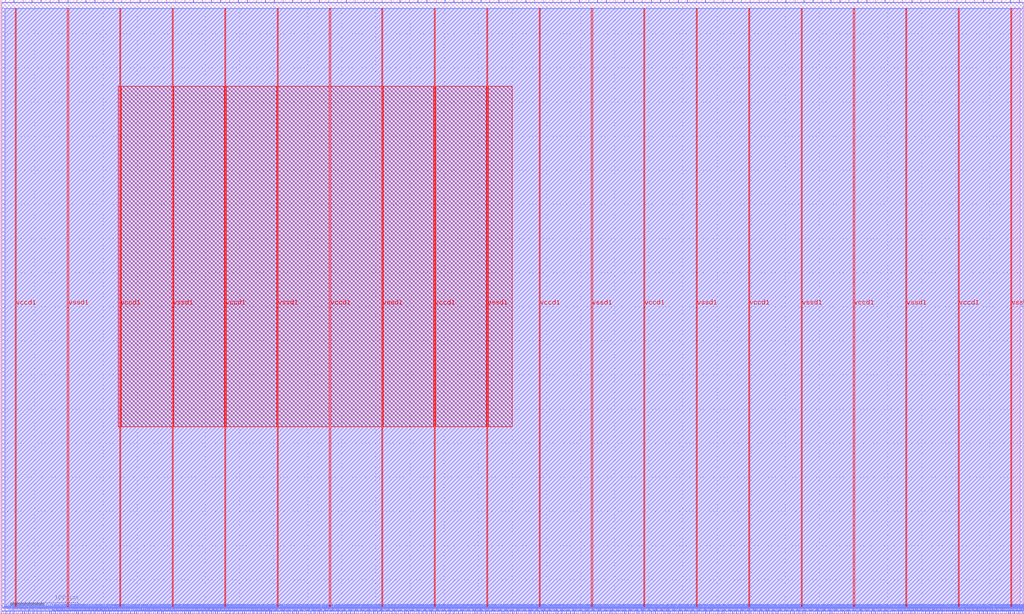
<source format=lef>
VERSION 5.7 ;
  NOWIREEXTENSIONATPIN ON ;
  DIVIDERCHAR "/" ;
  BUSBITCHARS "[]" ;
MACRO user_proj_example
  CLASS BLOCK ;
  FOREIGN user_proj_example ;
  ORIGIN 0.000 0.000 ;
  SIZE 1500.000 BY 900.000 ;
  PIN io_in[0]
    DIRECTION INPUT ;
    USE SIGNAL ;
    PORT
      LAYER met2 ;
        RECT 6.530 896.000 6.810 900.000 ;
    END
  END io_in[0]
  PIN io_in[10]
    DIRECTION INPUT ;
    USE SIGNAL ;
    PORT
      LAYER met2 ;
        RECT 401.210 896.000 401.490 900.000 ;
    END
  END io_in[10]
  PIN io_in[11]
    DIRECTION INPUT ;
    USE SIGNAL ;
    PORT
      LAYER met2 ;
        RECT 440.310 896.000 440.590 900.000 ;
    END
  END io_in[11]
  PIN io_in[12]
    DIRECTION INPUT ;
    USE SIGNAL ;
    PORT
      LAYER met2 ;
        RECT 479.870 896.000 480.150 900.000 ;
    END
  END io_in[12]
  PIN io_in[13]
    DIRECTION INPUT ;
    USE SIGNAL ;
    PORT
      LAYER met2 ;
        RECT 519.430 896.000 519.710 900.000 ;
    END
  END io_in[13]
  PIN io_in[14]
    DIRECTION INPUT ;
    USE SIGNAL ;
    PORT
      LAYER met2 ;
        RECT 558.990 896.000 559.270 900.000 ;
    END
  END io_in[14]
  PIN io_in[15]
    DIRECTION INPUT ;
    USE SIGNAL ;
    PORT
      LAYER met2 ;
        RECT 598.550 896.000 598.830 900.000 ;
    END
  END io_in[15]
  PIN io_in[16]
    DIRECTION INPUT ;
    USE SIGNAL ;
    PORT
      LAYER met2 ;
        RECT 638.110 896.000 638.390 900.000 ;
    END
  END io_in[16]
  PIN io_in[17]
    DIRECTION INPUT ;
    USE SIGNAL ;
    PORT
      LAYER met2 ;
        RECT 677.210 896.000 677.490 900.000 ;
    END
  END io_in[17]
  PIN io_in[18]
    DIRECTION INPUT ;
    USE SIGNAL ;
    PORT
      LAYER met2 ;
        RECT 716.770 896.000 717.050 900.000 ;
    END
  END io_in[18]
  PIN io_in[19]
    DIRECTION INPUT ;
    USE SIGNAL ;
    PORT
      LAYER met2 ;
        RECT 756.330 896.000 756.610 900.000 ;
    END
  END io_in[19]
  PIN io_in[1]
    DIRECTION INPUT ;
    USE SIGNAL ;
    PORT
      LAYER met2 ;
        RECT 45.630 896.000 45.910 900.000 ;
    END
  END io_in[1]
  PIN io_in[20]
    DIRECTION INPUT ;
    USE SIGNAL ;
    PORT
      LAYER met2 ;
        RECT 795.890 896.000 796.170 900.000 ;
    END
  END io_in[20]
  PIN io_in[21]
    DIRECTION INPUT ;
    USE SIGNAL ;
    PORT
      LAYER met2 ;
        RECT 835.450 896.000 835.730 900.000 ;
    END
  END io_in[21]
  PIN io_in[22]
    DIRECTION INPUT ;
    USE SIGNAL ;
    PORT
      LAYER met2 ;
        RECT 874.550 896.000 874.830 900.000 ;
    END
  END io_in[22]
  PIN io_in[23]
    DIRECTION INPUT ;
    USE SIGNAL ;
    PORT
      LAYER met2 ;
        RECT 914.110 896.000 914.390 900.000 ;
    END
  END io_in[23]
  PIN io_in[24]
    DIRECTION INPUT ;
    USE SIGNAL ;
    PORT
      LAYER met2 ;
        RECT 953.670 896.000 953.950 900.000 ;
    END
  END io_in[24]
  PIN io_in[25]
    DIRECTION INPUT ;
    USE SIGNAL ;
    PORT
      LAYER met2 ;
        RECT 993.230 896.000 993.510 900.000 ;
    END
  END io_in[25]
  PIN io_in[26]
    DIRECTION INPUT ;
    USE SIGNAL ;
    PORT
      LAYER met2 ;
        RECT 1032.790 896.000 1033.070 900.000 ;
    END
  END io_in[26]
  PIN io_in[27]
    DIRECTION INPUT ;
    USE SIGNAL ;
    PORT
      LAYER met2 ;
        RECT 1072.350 896.000 1072.630 900.000 ;
    END
  END io_in[27]
  PIN io_in[28]
    DIRECTION INPUT ;
    USE SIGNAL ;
    PORT
      LAYER met2 ;
        RECT 1111.450 896.000 1111.730 900.000 ;
    END
  END io_in[28]
  PIN io_in[29]
    DIRECTION INPUT ;
    USE SIGNAL ;
    PORT
      LAYER met2 ;
        RECT 1151.010 896.000 1151.290 900.000 ;
    END
  END io_in[29]
  PIN io_in[2]
    DIRECTION INPUT ;
    USE SIGNAL ;
    PORT
      LAYER met2 ;
        RECT 85.190 896.000 85.470 900.000 ;
    END
  END io_in[2]
  PIN io_in[30]
    DIRECTION INPUT ;
    USE SIGNAL ;
    PORT
      LAYER met2 ;
        RECT 1190.570 896.000 1190.850 900.000 ;
    END
  END io_in[30]
  PIN io_in[31]
    DIRECTION INPUT ;
    USE SIGNAL ;
    PORT
      LAYER met2 ;
        RECT 1230.130 896.000 1230.410 900.000 ;
    END
  END io_in[31]
  PIN io_in[32]
    DIRECTION INPUT ;
    USE SIGNAL ;
    PORT
      LAYER met2 ;
        RECT 1269.690 896.000 1269.970 900.000 ;
    END
  END io_in[32]
  PIN io_in[33]
    DIRECTION INPUT ;
    USE SIGNAL ;
    PORT
      LAYER met2 ;
        RECT 1308.790 896.000 1309.070 900.000 ;
    END
  END io_in[33]
  PIN io_in[34]
    DIRECTION INPUT ;
    USE SIGNAL ;
    PORT
      LAYER met2 ;
        RECT 1348.350 896.000 1348.630 900.000 ;
    END
  END io_in[34]
  PIN io_in[35]
    DIRECTION INPUT ;
    USE SIGNAL ;
    PORT
      LAYER met2 ;
        RECT 1387.910 896.000 1388.190 900.000 ;
    END
  END io_in[35]
  PIN io_in[36]
    DIRECTION INPUT ;
    USE SIGNAL ;
    PORT
      LAYER met2 ;
        RECT 1427.470 896.000 1427.750 900.000 ;
    END
  END io_in[36]
  PIN io_in[37]
    DIRECTION INPUT ;
    USE SIGNAL ;
    PORT
      LAYER met2 ;
        RECT 1467.030 896.000 1467.310 900.000 ;
    END
  END io_in[37]
  PIN io_in[3]
    DIRECTION INPUT ;
    USE SIGNAL ;
    PORT
      LAYER met2 ;
        RECT 124.750 896.000 125.030 900.000 ;
    END
  END io_in[3]
  PIN io_in[4]
    DIRECTION INPUT ;
    USE SIGNAL ;
    PORT
      LAYER met2 ;
        RECT 164.310 896.000 164.590 900.000 ;
    END
  END io_in[4]
  PIN io_in[5]
    DIRECTION INPUT ;
    USE SIGNAL ;
    PORT
      LAYER met2 ;
        RECT 203.870 896.000 204.150 900.000 ;
    END
  END io_in[5]
  PIN io_in[6]
    DIRECTION INPUT ;
    USE SIGNAL ;
    PORT
      LAYER met2 ;
        RECT 242.970 896.000 243.250 900.000 ;
    END
  END io_in[6]
  PIN io_in[7]
    DIRECTION INPUT ;
    USE SIGNAL ;
    PORT
      LAYER met2 ;
        RECT 282.530 896.000 282.810 900.000 ;
    END
  END io_in[7]
  PIN io_in[8]
    DIRECTION INPUT ;
    USE SIGNAL ;
    PORT
      LAYER met2 ;
        RECT 322.090 896.000 322.370 900.000 ;
    END
  END io_in[8]
  PIN io_in[9]
    DIRECTION INPUT ;
    USE SIGNAL ;
    PORT
      LAYER met2 ;
        RECT 361.650 896.000 361.930 900.000 ;
    END
  END io_in[9]
  PIN io_oeb[0]
    DIRECTION OUTPUT TRISTATE ;
    USE SIGNAL ;
    PORT
      LAYER met2 ;
        RECT 19.410 896.000 19.690 900.000 ;
    END
  END io_oeb[0]
  PIN io_oeb[10]
    DIRECTION OUTPUT TRISTATE ;
    USE SIGNAL ;
    PORT
      LAYER met2 ;
        RECT 414.090 896.000 414.370 900.000 ;
    END
  END io_oeb[10]
  PIN io_oeb[11]
    DIRECTION OUTPUT TRISTATE ;
    USE SIGNAL ;
    PORT
      LAYER met2 ;
        RECT 453.650 896.000 453.930 900.000 ;
    END
  END io_oeb[11]
  PIN io_oeb[12]
    DIRECTION OUTPUT TRISTATE ;
    USE SIGNAL ;
    PORT
      LAYER met2 ;
        RECT 493.210 896.000 493.490 900.000 ;
    END
  END io_oeb[12]
  PIN io_oeb[13]
    DIRECTION OUTPUT TRISTATE ;
    USE SIGNAL ;
    PORT
      LAYER met2 ;
        RECT 532.770 896.000 533.050 900.000 ;
    END
  END io_oeb[13]
  PIN io_oeb[14]
    DIRECTION OUTPUT TRISTATE ;
    USE SIGNAL ;
    PORT
      LAYER met2 ;
        RECT 572.330 896.000 572.610 900.000 ;
    END
  END io_oeb[14]
  PIN io_oeb[15]
    DIRECTION OUTPUT TRISTATE ;
    USE SIGNAL ;
    PORT
      LAYER met2 ;
        RECT 611.430 896.000 611.710 900.000 ;
    END
  END io_oeb[15]
  PIN io_oeb[16]
    DIRECTION OUTPUT TRISTATE ;
    USE SIGNAL ;
    PORT
      LAYER met2 ;
        RECT 650.990 896.000 651.270 900.000 ;
    END
  END io_oeb[16]
  PIN io_oeb[17]
    DIRECTION OUTPUT TRISTATE ;
    USE SIGNAL ;
    PORT
      LAYER met2 ;
        RECT 690.550 896.000 690.830 900.000 ;
    END
  END io_oeb[17]
  PIN io_oeb[18]
    DIRECTION OUTPUT TRISTATE ;
    USE SIGNAL ;
    PORT
      LAYER met2 ;
        RECT 730.110 896.000 730.390 900.000 ;
    END
  END io_oeb[18]
  PIN io_oeb[19]
    DIRECTION OUTPUT TRISTATE ;
    USE SIGNAL ;
    PORT
      LAYER met2 ;
        RECT 769.670 896.000 769.950 900.000 ;
    END
  END io_oeb[19]
  PIN io_oeb[1]
    DIRECTION OUTPUT TRISTATE ;
    USE SIGNAL ;
    PORT
      LAYER met2 ;
        RECT 58.970 896.000 59.250 900.000 ;
    END
  END io_oeb[1]
  PIN io_oeb[20]
    DIRECTION OUTPUT TRISTATE ;
    USE SIGNAL ;
    PORT
      LAYER met2 ;
        RECT 808.770 896.000 809.050 900.000 ;
    END
  END io_oeb[20]
  PIN io_oeb[21]
    DIRECTION OUTPUT TRISTATE ;
    USE SIGNAL ;
    PORT
      LAYER met2 ;
        RECT 848.330 896.000 848.610 900.000 ;
    END
  END io_oeb[21]
  PIN io_oeb[22]
    DIRECTION OUTPUT TRISTATE ;
    USE SIGNAL ;
    PORT
      LAYER met2 ;
        RECT 887.890 896.000 888.170 900.000 ;
    END
  END io_oeb[22]
  PIN io_oeb[23]
    DIRECTION OUTPUT TRISTATE ;
    USE SIGNAL ;
    PORT
      LAYER met2 ;
        RECT 927.450 896.000 927.730 900.000 ;
    END
  END io_oeb[23]
  PIN io_oeb[24]
    DIRECTION OUTPUT TRISTATE ;
    USE SIGNAL ;
    PORT
      LAYER met2 ;
        RECT 967.010 896.000 967.290 900.000 ;
    END
  END io_oeb[24]
  PIN io_oeb[25]
    DIRECTION OUTPUT TRISTATE ;
    USE SIGNAL ;
    PORT
      LAYER met2 ;
        RECT 1006.570 896.000 1006.850 900.000 ;
    END
  END io_oeb[25]
  PIN io_oeb[26]
    DIRECTION OUTPUT TRISTATE ;
    USE SIGNAL ;
    PORT
      LAYER met2 ;
        RECT 1045.670 896.000 1045.950 900.000 ;
    END
  END io_oeb[26]
  PIN io_oeb[27]
    DIRECTION OUTPUT TRISTATE ;
    USE SIGNAL ;
    PORT
      LAYER met2 ;
        RECT 1085.230 896.000 1085.510 900.000 ;
    END
  END io_oeb[27]
  PIN io_oeb[28]
    DIRECTION OUTPUT TRISTATE ;
    USE SIGNAL ;
    PORT
      LAYER met2 ;
        RECT 1124.790 896.000 1125.070 900.000 ;
    END
  END io_oeb[28]
  PIN io_oeb[29]
    DIRECTION OUTPUT TRISTATE ;
    USE SIGNAL ;
    PORT
      LAYER met2 ;
        RECT 1164.350 896.000 1164.630 900.000 ;
    END
  END io_oeb[29]
  PIN io_oeb[2]
    DIRECTION OUTPUT TRISTATE ;
    USE SIGNAL ;
    PORT
      LAYER met2 ;
        RECT 98.530 896.000 98.810 900.000 ;
    END
  END io_oeb[2]
  PIN io_oeb[30]
    DIRECTION OUTPUT TRISTATE ;
    USE SIGNAL ;
    PORT
      LAYER met2 ;
        RECT 1203.910 896.000 1204.190 900.000 ;
    END
  END io_oeb[30]
  PIN io_oeb[31]
    DIRECTION OUTPUT TRISTATE ;
    USE SIGNAL ;
    PORT
      LAYER met2 ;
        RECT 1243.010 896.000 1243.290 900.000 ;
    END
  END io_oeb[31]
  PIN io_oeb[32]
    DIRECTION OUTPUT TRISTATE ;
    USE SIGNAL ;
    PORT
      LAYER met2 ;
        RECT 1282.570 896.000 1282.850 900.000 ;
    END
  END io_oeb[32]
  PIN io_oeb[33]
    DIRECTION OUTPUT TRISTATE ;
    USE SIGNAL ;
    PORT
      LAYER met2 ;
        RECT 1322.130 896.000 1322.410 900.000 ;
    END
  END io_oeb[33]
  PIN io_oeb[34]
    DIRECTION OUTPUT TRISTATE ;
    USE SIGNAL ;
    PORT
      LAYER met2 ;
        RECT 1361.690 896.000 1361.970 900.000 ;
    END
  END io_oeb[34]
  PIN io_oeb[35]
    DIRECTION OUTPUT TRISTATE ;
    USE SIGNAL ;
    PORT
      LAYER met2 ;
        RECT 1401.250 896.000 1401.530 900.000 ;
    END
  END io_oeb[35]
  PIN io_oeb[36]
    DIRECTION OUTPUT TRISTATE ;
    USE SIGNAL ;
    PORT
      LAYER met2 ;
        RECT 1440.350 896.000 1440.630 900.000 ;
    END
  END io_oeb[36]
  PIN io_oeb[37]
    DIRECTION OUTPUT TRISTATE ;
    USE SIGNAL ;
    PORT
      LAYER met2 ;
        RECT 1479.910 896.000 1480.190 900.000 ;
    END
  END io_oeb[37]
  PIN io_oeb[3]
    DIRECTION OUTPUT TRISTATE ;
    USE SIGNAL ;
    PORT
      LAYER met2 ;
        RECT 138.090 896.000 138.370 900.000 ;
    END
  END io_oeb[3]
  PIN io_oeb[4]
    DIRECTION OUTPUT TRISTATE ;
    USE SIGNAL ;
    PORT
      LAYER met2 ;
        RECT 177.190 896.000 177.470 900.000 ;
    END
  END io_oeb[4]
  PIN io_oeb[5]
    DIRECTION OUTPUT TRISTATE ;
    USE SIGNAL ;
    PORT
      LAYER met2 ;
        RECT 216.750 896.000 217.030 900.000 ;
    END
  END io_oeb[5]
  PIN io_oeb[6]
    DIRECTION OUTPUT TRISTATE ;
    USE SIGNAL ;
    PORT
      LAYER met2 ;
        RECT 256.310 896.000 256.590 900.000 ;
    END
  END io_oeb[6]
  PIN io_oeb[7]
    DIRECTION OUTPUT TRISTATE ;
    USE SIGNAL ;
    PORT
      LAYER met2 ;
        RECT 295.870 896.000 296.150 900.000 ;
    END
  END io_oeb[7]
  PIN io_oeb[8]
    DIRECTION OUTPUT TRISTATE ;
    USE SIGNAL ;
    PORT
      LAYER met2 ;
        RECT 335.430 896.000 335.710 900.000 ;
    END
  END io_oeb[8]
  PIN io_oeb[9]
    DIRECTION OUTPUT TRISTATE ;
    USE SIGNAL ;
    PORT
      LAYER met2 ;
        RECT 374.530 896.000 374.810 900.000 ;
    END
  END io_oeb[9]
  PIN io_out[0]
    DIRECTION OUTPUT TRISTATE ;
    USE SIGNAL ;
    PORT
      LAYER met2 ;
        RECT 32.750 896.000 33.030 900.000 ;
    END
  END io_out[0]
  PIN io_out[10]
    DIRECTION OUTPUT TRISTATE ;
    USE SIGNAL ;
    PORT
      LAYER met2 ;
        RECT 427.430 896.000 427.710 900.000 ;
    END
  END io_out[10]
  PIN io_out[11]
    DIRECTION OUTPUT TRISTATE ;
    USE SIGNAL ;
    PORT
      LAYER met2 ;
        RECT 466.990 896.000 467.270 900.000 ;
    END
  END io_out[11]
  PIN io_out[12]
    DIRECTION OUTPUT TRISTATE ;
    USE SIGNAL ;
    PORT
      LAYER met2 ;
        RECT 506.550 896.000 506.830 900.000 ;
    END
  END io_out[12]
  PIN io_out[13]
    DIRECTION OUTPUT TRISTATE ;
    USE SIGNAL ;
    PORT
      LAYER met2 ;
        RECT 545.650 896.000 545.930 900.000 ;
    END
  END io_out[13]
  PIN io_out[14]
    DIRECTION OUTPUT TRISTATE ;
    USE SIGNAL ;
    PORT
      LAYER met2 ;
        RECT 585.210 896.000 585.490 900.000 ;
    END
  END io_out[14]
  PIN io_out[15]
    DIRECTION OUTPUT TRISTATE ;
    USE SIGNAL ;
    PORT
      LAYER met2 ;
        RECT 624.770 896.000 625.050 900.000 ;
    END
  END io_out[15]
  PIN io_out[16]
    DIRECTION OUTPUT TRISTATE ;
    USE SIGNAL ;
    PORT
      LAYER met2 ;
        RECT 664.330 896.000 664.610 900.000 ;
    END
  END io_out[16]
  PIN io_out[17]
    DIRECTION OUTPUT TRISTATE ;
    USE SIGNAL ;
    PORT
      LAYER met2 ;
        RECT 703.890 896.000 704.170 900.000 ;
    END
  END io_out[17]
  PIN io_out[18]
    DIRECTION OUTPUT TRISTATE ;
    USE SIGNAL ;
    PORT
      LAYER met2 ;
        RECT 742.990 896.000 743.270 900.000 ;
    END
  END io_out[18]
  PIN io_out[19]
    DIRECTION OUTPUT TRISTATE ;
    USE SIGNAL ;
    PORT
      LAYER met2 ;
        RECT 782.550 896.000 782.830 900.000 ;
    END
  END io_out[19]
  PIN io_out[1]
    DIRECTION OUTPUT TRISTATE ;
    USE SIGNAL ;
    PORT
      LAYER met2 ;
        RECT 72.310 896.000 72.590 900.000 ;
    END
  END io_out[1]
  PIN io_out[20]
    DIRECTION OUTPUT TRISTATE ;
    USE SIGNAL ;
    PORT
      LAYER met2 ;
        RECT 822.110 896.000 822.390 900.000 ;
    END
  END io_out[20]
  PIN io_out[21]
    DIRECTION OUTPUT TRISTATE ;
    USE SIGNAL ;
    PORT
      LAYER met2 ;
        RECT 861.670 896.000 861.950 900.000 ;
    END
  END io_out[21]
  PIN io_out[22]
    DIRECTION OUTPUT TRISTATE ;
    USE SIGNAL ;
    PORT
      LAYER met2 ;
        RECT 901.230 896.000 901.510 900.000 ;
    END
  END io_out[22]
  PIN io_out[23]
    DIRECTION OUTPUT TRISTATE ;
    USE SIGNAL ;
    PORT
      LAYER met2 ;
        RECT 940.330 896.000 940.610 900.000 ;
    END
  END io_out[23]
  PIN io_out[24]
    DIRECTION OUTPUT TRISTATE ;
    USE SIGNAL ;
    PORT
      LAYER met2 ;
        RECT 979.890 896.000 980.170 900.000 ;
    END
  END io_out[24]
  PIN io_out[25]
    DIRECTION OUTPUT TRISTATE ;
    USE SIGNAL ;
    PORT
      LAYER met2 ;
        RECT 1019.450 896.000 1019.730 900.000 ;
    END
  END io_out[25]
  PIN io_out[26]
    DIRECTION OUTPUT TRISTATE ;
    USE SIGNAL ;
    PORT
      LAYER met2 ;
        RECT 1059.010 896.000 1059.290 900.000 ;
    END
  END io_out[26]
  PIN io_out[27]
    DIRECTION OUTPUT TRISTATE ;
    USE SIGNAL ;
    PORT
      LAYER met2 ;
        RECT 1098.570 896.000 1098.850 900.000 ;
    END
  END io_out[27]
  PIN io_out[28]
    DIRECTION OUTPUT TRISTATE ;
    USE SIGNAL ;
    PORT
      LAYER met2 ;
        RECT 1138.130 896.000 1138.410 900.000 ;
    END
  END io_out[28]
  PIN io_out[29]
    DIRECTION OUTPUT TRISTATE ;
    USE SIGNAL ;
    PORT
      LAYER met2 ;
        RECT 1177.230 896.000 1177.510 900.000 ;
    END
  END io_out[29]
  PIN io_out[2]
    DIRECTION OUTPUT TRISTATE ;
    USE SIGNAL ;
    PORT
      LAYER met2 ;
        RECT 111.410 896.000 111.690 900.000 ;
    END
  END io_out[2]
  PIN io_out[30]
    DIRECTION OUTPUT TRISTATE ;
    USE SIGNAL ;
    PORT
      LAYER met2 ;
        RECT 1216.790 896.000 1217.070 900.000 ;
    END
  END io_out[30]
  PIN io_out[31]
    DIRECTION OUTPUT TRISTATE ;
    USE SIGNAL ;
    PORT
      LAYER met2 ;
        RECT 1256.350 896.000 1256.630 900.000 ;
    END
  END io_out[31]
  PIN io_out[32]
    DIRECTION OUTPUT TRISTATE ;
    USE SIGNAL ;
    PORT
      LAYER met2 ;
        RECT 1295.910 896.000 1296.190 900.000 ;
    END
  END io_out[32]
  PIN io_out[33]
    DIRECTION OUTPUT TRISTATE ;
    USE SIGNAL ;
    PORT
      LAYER met2 ;
        RECT 1335.470 896.000 1335.750 900.000 ;
    END
  END io_out[33]
  PIN io_out[34]
    DIRECTION OUTPUT TRISTATE ;
    USE SIGNAL ;
    PORT
      LAYER met2 ;
        RECT 1374.570 896.000 1374.850 900.000 ;
    END
  END io_out[34]
  PIN io_out[35]
    DIRECTION OUTPUT TRISTATE ;
    USE SIGNAL ;
    PORT
      LAYER met2 ;
        RECT 1414.130 896.000 1414.410 900.000 ;
    END
  END io_out[35]
  PIN io_out[36]
    DIRECTION OUTPUT TRISTATE ;
    USE SIGNAL ;
    PORT
      LAYER met2 ;
        RECT 1453.690 896.000 1453.970 900.000 ;
    END
  END io_out[36]
  PIN io_out[37]
    DIRECTION OUTPUT TRISTATE ;
    USE SIGNAL ;
    PORT
      LAYER met2 ;
        RECT 1493.250 896.000 1493.530 900.000 ;
    END
  END io_out[37]
  PIN io_out[3]
    DIRECTION OUTPUT TRISTATE ;
    USE SIGNAL ;
    PORT
      LAYER met2 ;
        RECT 150.970 896.000 151.250 900.000 ;
    END
  END io_out[3]
  PIN io_out[4]
    DIRECTION OUTPUT TRISTATE ;
    USE SIGNAL ;
    PORT
      LAYER met2 ;
        RECT 190.530 896.000 190.810 900.000 ;
    END
  END io_out[4]
  PIN io_out[5]
    DIRECTION OUTPUT TRISTATE ;
    USE SIGNAL ;
    PORT
      LAYER met2 ;
        RECT 230.090 896.000 230.370 900.000 ;
    END
  END io_out[5]
  PIN io_out[6]
    DIRECTION OUTPUT TRISTATE ;
    USE SIGNAL ;
    PORT
      LAYER met2 ;
        RECT 269.650 896.000 269.930 900.000 ;
    END
  END io_out[6]
  PIN io_out[7]
    DIRECTION OUTPUT TRISTATE ;
    USE SIGNAL ;
    PORT
      LAYER met2 ;
        RECT 308.750 896.000 309.030 900.000 ;
    END
  END io_out[7]
  PIN io_out[8]
    DIRECTION OUTPUT TRISTATE ;
    USE SIGNAL ;
    PORT
      LAYER met2 ;
        RECT 348.310 896.000 348.590 900.000 ;
    END
  END io_out[8]
  PIN io_out[9]
    DIRECTION OUTPUT TRISTATE ;
    USE SIGNAL ;
    PORT
      LAYER met2 ;
        RECT 387.870 896.000 388.150 900.000 ;
    END
  END io_out[9]
  PIN irq[0]
    DIRECTION OUTPUT TRISTATE ;
    USE SIGNAL ;
    PORT
      LAYER met2 ;
        RECT 1492.330 0.000 1492.610 4.000 ;
    END
  END irq[0]
  PIN irq[1]
    DIRECTION OUTPUT TRISTATE ;
    USE SIGNAL ;
    PORT
      LAYER met2 ;
        RECT 1495.090 0.000 1495.370 4.000 ;
    END
  END irq[1]
  PIN irq[2]
    DIRECTION OUTPUT TRISTATE ;
    USE SIGNAL ;
    PORT
      LAYER met2 ;
        RECT 1498.310 0.000 1498.590 4.000 ;
    END
  END irq[2]
  PIN la_data_in[0]
    DIRECTION INPUT ;
    USE SIGNAL ;
    PORT
      LAYER met2 ;
        RECT 323.930 0.000 324.210 4.000 ;
    END
  END la_data_in[0]
  PIN la_data_in[100]
    DIRECTION INPUT ;
    USE SIGNAL ;
    PORT
      LAYER met2 ;
        RECT 1236.570 0.000 1236.850 4.000 ;
    END
  END la_data_in[100]
  PIN la_data_in[101]
    DIRECTION INPUT ;
    USE SIGNAL ;
    PORT
      LAYER met2 ;
        RECT 1245.770 0.000 1246.050 4.000 ;
    END
  END la_data_in[101]
  PIN la_data_in[102]
    DIRECTION INPUT ;
    USE SIGNAL ;
    PORT
      LAYER met2 ;
        RECT 1254.970 0.000 1255.250 4.000 ;
    END
  END la_data_in[102]
  PIN la_data_in[103]
    DIRECTION INPUT ;
    USE SIGNAL ;
    PORT
      LAYER met2 ;
        RECT 1264.170 0.000 1264.450 4.000 ;
    END
  END la_data_in[103]
  PIN la_data_in[104]
    DIRECTION INPUT ;
    USE SIGNAL ;
    PORT
      LAYER met2 ;
        RECT 1272.910 0.000 1273.190 4.000 ;
    END
  END la_data_in[104]
  PIN la_data_in[105]
    DIRECTION INPUT ;
    USE SIGNAL ;
    PORT
      LAYER met2 ;
        RECT 1282.110 0.000 1282.390 4.000 ;
    END
  END la_data_in[105]
  PIN la_data_in[106]
    DIRECTION INPUT ;
    USE SIGNAL ;
    PORT
      LAYER met2 ;
        RECT 1291.310 0.000 1291.590 4.000 ;
    END
  END la_data_in[106]
  PIN la_data_in[107]
    DIRECTION INPUT ;
    USE SIGNAL ;
    PORT
      LAYER met2 ;
        RECT 1300.510 0.000 1300.790 4.000 ;
    END
  END la_data_in[107]
  PIN la_data_in[108]
    DIRECTION INPUT ;
    USE SIGNAL ;
    PORT
      LAYER met2 ;
        RECT 1309.710 0.000 1309.990 4.000 ;
    END
  END la_data_in[108]
  PIN la_data_in[109]
    DIRECTION INPUT ;
    USE SIGNAL ;
    PORT
      LAYER met2 ;
        RECT 1318.910 0.000 1319.190 4.000 ;
    END
  END la_data_in[109]
  PIN la_data_in[10]
    DIRECTION INPUT ;
    USE SIGNAL ;
    PORT
      LAYER met2 ;
        RECT 415.010 0.000 415.290 4.000 ;
    END
  END la_data_in[10]
  PIN la_data_in[110]
    DIRECTION INPUT ;
    USE SIGNAL ;
    PORT
      LAYER met2 ;
        RECT 1327.650 0.000 1327.930 4.000 ;
    END
  END la_data_in[110]
  PIN la_data_in[111]
    DIRECTION INPUT ;
    USE SIGNAL ;
    PORT
      LAYER met2 ;
        RECT 1336.850 0.000 1337.130 4.000 ;
    END
  END la_data_in[111]
  PIN la_data_in[112]
    DIRECTION INPUT ;
    USE SIGNAL ;
    PORT
      LAYER met2 ;
        RECT 1346.050 0.000 1346.330 4.000 ;
    END
  END la_data_in[112]
  PIN la_data_in[113]
    DIRECTION INPUT ;
    USE SIGNAL ;
    PORT
      LAYER met2 ;
        RECT 1355.250 0.000 1355.530 4.000 ;
    END
  END la_data_in[113]
  PIN la_data_in[114]
    DIRECTION INPUT ;
    USE SIGNAL ;
    PORT
      LAYER met2 ;
        RECT 1364.450 0.000 1364.730 4.000 ;
    END
  END la_data_in[114]
  PIN la_data_in[115]
    DIRECTION INPUT ;
    USE SIGNAL ;
    PORT
      LAYER met2 ;
        RECT 1373.650 0.000 1373.930 4.000 ;
    END
  END la_data_in[115]
  PIN la_data_in[116]
    DIRECTION INPUT ;
    USE SIGNAL ;
    PORT
      LAYER met2 ;
        RECT 1382.850 0.000 1383.130 4.000 ;
    END
  END la_data_in[116]
  PIN la_data_in[117]
    DIRECTION INPUT ;
    USE SIGNAL ;
    PORT
      LAYER met2 ;
        RECT 1391.590 0.000 1391.870 4.000 ;
    END
  END la_data_in[117]
  PIN la_data_in[118]
    DIRECTION INPUT ;
    USE SIGNAL ;
    PORT
      LAYER met2 ;
        RECT 1400.790 0.000 1401.070 4.000 ;
    END
  END la_data_in[118]
  PIN la_data_in[119]
    DIRECTION INPUT ;
    USE SIGNAL ;
    PORT
      LAYER met2 ;
        RECT 1409.990 0.000 1410.270 4.000 ;
    END
  END la_data_in[119]
  PIN la_data_in[11]
    DIRECTION INPUT ;
    USE SIGNAL ;
    PORT
      LAYER met2 ;
        RECT 424.210 0.000 424.490 4.000 ;
    END
  END la_data_in[11]
  PIN la_data_in[120]
    DIRECTION INPUT ;
    USE SIGNAL ;
    PORT
      LAYER met2 ;
        RECT 1419.190 0.000 1419.470 4.000 ;
    END
  END la_data_in[120]
  PIN la_data_in[121]
    DIRECTION INPUT ;
    USE SIGNAL ;
    PORT
      LAYER met2 ;
        RECT 1428.390 0.000 1428.670 4.000 ;
    END
  END la_data_in[121]
  PIN la_data_in[122]
    DIRECTION INPUT ;
    USE SIGNAL ;
    PORT
      LAYER met2 ;
        RECT 1437.590 0.000 1437.870 4.000 ;
    END
  END la_data_in[122]
  PIN la_data_in[123]
    DIRECTION INPUT ;
    USE SIGNAL ;
    PORT
      LAYER met2 ;
        RECT 1446.330 0.000 1446.610 4.000 ;
    END
  END la_data_in[123]
  PIN la_data_in[124]
    DIRECTION INPUT ;
    USE SIGNAL ;
    PORT
      LAYER met2 ;
        RECT 1455.530 0.000 1455.810 4.000 ;
    END
  END la_data_in[124]
  PIN la_data_in[125]
    DIRECTION INPUT ;
    USE SIGNAL ;
    PORT
      LAYER met2 ;
        RECT 1464.730 0.000 1465.010 4.000 ;
    END
  END la_data_in[125]
  PIN la_data_in[126]
    DIRECTION INPUT ;
    USE SIGNAL ;
    PORT
      LAYER met2 ;
        RECT 1473.930 0.000 1474.210 4.000 ;
    END
  END la_data_in[126]
  PIN la_data_in[127]
    DIRECTION INPUT ;
    USE SIGNAL ;
    PORT
      LAYER met2 ;
        RECT 1483.130 0.000 1483.410 4.000 ;
    END
  END la_data_in[127]
  PIN la_data_in[12]
    DIRECTION INPUT ;
    USE SIGNAL ;
    PORT
      LAYER met2 ;
        RECT 433.410 0.000 433.690 4.000 ;
    END
  END la_data_in[12]
  PIN la_data_in[13]
    DIRECTION INPUT ;
    USE SIGNAL ;
    PORT
      LAYER met2 ;
        RECT 442.610 0.000 442.890 4.000 ;
    END
  END la_data_in[13]
  PIN la_data_in[14]
    DIRECTION INPUT ;
    USE SIGNAL ;
    PORT
      LAYER met2 ;
        RECT 451.350 0.000 451.630 4.000 ;
    END
  END la_data_in[14]
  PIN la_data_in[15]
    DIRECTION INPUT ;
    USE SIGNAL ;
    PORT
      LAYER met2 ;
        RECT 460.550 0.000 460.830 4.000 ;
    END
  END la_data_in[15]
  PIN la_data_in[16]
    DIRECTION INPUT ;
    USE SIGNAL ;
    PORT
      LAYER met2 ;
        RECT 469.750 0.000 470.030 4.000 ;
    END
  END la_data_in[16]
  PIN la_data_in[17]
    DIRECTION INPUT ;
    USE SIGNAL ;
    PORT
      LAYER met2 ;
        RECT 478.950 0.000 479.230 4.000 ;
    END
  END la_data_in[17]
  PIN la_data_in[18]
    DIRECTION INPUT ;
    USE SIGNAL ;
    PORT
      LAYER met2 ;
        RECT 488.150 0.000 488.430 4.000 ;
    END
  END la_data_in[18]
  PIN la_data_in[19]
    DIRECTION INPUT ;
    USE SIGNAL ;
    PORT
      LAYER met2 ;
        RECT 497.350 0.000 497.630 4.000 ;
    END
  END la_data_in[19]
  PIN la_data_in[1]
    DIRECTION INPUT ;
    USE SIGNAL ;
    PORT
      LAYER met2 ;
        RECT 332.670 0.000 332.950 4.000 ;
    END
  END la_data_in[1]
  PIN la_data_in[20]
    DIRECTION INPUT ;
    USE SIGNAL ;
    PORT
      LAYER met2 ;
        RECT 506.550 0.000 506.830 4.000 ;
    END
  END la_data_in[20]
  PIN la_data_in[21]
    DIRECTION INPUT ;
    USE SIGNAL ;
    PORT
      LAYER met2 ;
        RECT 515.290 0.000 515.570 4.000 ;
    END
  END la_data_in[21]
  PIN la_data_in[22]
    DIRECTION INPUT ;
    USE SIGNAL ;
    PORT
      LAYER met2 ;
        RECT 524.490 0.000 524.770 4.000 ;
    END
  END la_data_in[22]
  PIN la_data_in[23]
    DIRECTION INPUT ;
    USE SIGNAL ;
    PORT
      LAYER met2 ;
        RECT 533.690 0.000 533.970 4.000 ;
    END
  END la_data_in[23]
  PIN la_data_in[24]
    DIRECTION INPUT ;
    USE SIGNAL ;
    PORT
      LAYER met2 ;
        RECT 542.890 0.000 543.170 4.000 ;
    END
  END la_data_in[24]
  PIN la_data_in[25]
    DIRECTION INPUT ;
    USE SIGNAL ;
    PORT
      LAYER met2 ;
        RECT 552.090 0.000 552.370 4.000 ;
    END
  END la_data_in[25]
  PIN la_data_in[26]
    DIRECTION INPUT ;
    USE SIGNAL ;
    PORT
      LAYER met2 ;
        RECT 561.290 0.000 561.570 4.000 ;
    END
  END la_data_in[26]
  PIN la_data_in[27]
    DIRECTION INPUT ;
    USE SIGNAL ;
    PORT
      LAYER met2 ;
        RECT 570.030 0.000 570.310 4.000 ;
    END
  END la_data_in[27]
  PIN la_data_in[28]
    DIRECTION INPUT ;
    USE SIGNAL ;
    PORT
      LAYER met2 ;
        RECT 579.230 0.000 579.510 4.000 ;
    END
  END la_data_in[28]
  PIN la_data_in[29]
    DIRECTION INPUT ;
    USE SIGNAL ;
    PORT
      LAYER met2 ;
        RECT 588.430 0.000 588.710 4.000 ;
    END
  END la_data_in[29]
  PIN la_data_in[2]
    DIRECTION INPUT ;
    USE SIGNAL ;
    PORT
      LAYER met2 ;
        RECT 341.870 0.000 342.150 4.000 ;
    END
  END la_data_in[2]
  PIN la_data_in[30]
    DIRECTION INPUT ;
    USE SIGNAL ;
    PORT
      LAYER met2 ;
        RECT 597.630 0.000 597.910 4.000 ;
    END
  END la_data_in[30]
  PIN la_data_in[31]
    DIRECTION INPUT ;
    USE SIGNAL ;
    PORT
      LAYER met2 ;
        RECT 606.830 0.000 607.110 4.000 ;
    END
  END la_data_in[31]
  PIN la_data_in[32]
    DIRECTION INPUT ;
    USE SIGNAL ;
    PORT
      LAYER met2 ;
        RECT 616.030 0.000 616.310 4.000 ;
    END
  END la_data_in[32]
  PIN la_data_in[33]
    DIRECTION INPUT ;
    USE SIGNAL ;
    PORT
      LAYER met2 ;
        RECT 624.770 0.000 625.050 4.000 ;
    END
  END la_data_in[33]
  PIN la_data_in[34]
    DIRECTION INPUT ;
    USE SIGNAL ;
    PORT
      LAYER met2 ;
        RECT 633.970 0.000 634.250 4.000 ;
    END
  END la_data_in[34]
  PIN la_data_in[35]
    DIRECTION INPUT ;
    USE SIGNAL ;
    PORT
      LAYER met2 ;
        RECT 643.170 0.000 643.450 4.000 ;
    END
  END la_data_in[35]
  PIN la_data_in[36]
    DIRECTION INPUT ;
    USE SIGNAL ;
    PORT
      LAYER met2 ;
        RECT 652.370 0.000 652.650 4.000 ;
    END
  END la_data_in[36]
  PIN la_data_in[37]
    DIRECTION INPUT ;
    USE SIGNAL ;
    PORT
      LAYER met2 ;
        RECT 661.570 0.000 661.850 4.000 ;
    END
  END la_data_in[37]
  PIN la_data_in[38]
    DIRECTION INPUT ;
    USE SIGNAL ;
    PORT
      LAYER met2 ;
        RECT 670.770 0.000 671.050 4.000 ;
    END
  END la_data_in[38]
  PIN la_data_in[39]
    DIRECTION INPUT ;
    USE SIGNAL ;
    PORT
      LAYER met2 ;
        RECT 679.970 0.000 680.250 4.000 ;
    END
  END la_data_in[39]
  PIN la_data_in[3]
    DIRECTION INPUT ;
    USE SIGNAL ;
    PORT
      LAYER met2 ;
        RECT 351.070 0.000 351.350 4.000 ;
    END
  END la_data_in[3]
  PIN la_data_in[40]
    DIRECTION INPUT ;
    USE SIGNAL ;
    PORT
      LAYER met2 ;
        RECT 688.710 0.000 688.990 4.000 ;
    END
  END la_data_in[40]
  PIN la_data_in[41]
    DIRECTION INPUT ;
    USE SIGNAL ;
    PORT
      LAYER met2 ;
        RECT 697.910 0.000 698.190 4.000 ;
    END
  END la_data_in[41]
  PIN la_data_in[42]
    DIRECTION INPUT ;
    USE SIGNAL ;
    PORT
      LAYER met2 ;
        RECT 707.110 0.000 707.390 4.000 ;
    END
  END la_data_in[42]
  PIN la_data_in[43]
    DIRECTION INPUT ;
    USE SIGNAL ;
    PORT
      LAYER met2 ;
        RECT 716.310 0.000 716.590 4.000 ;
    END
  END la_data_in[43]
  PIN la_data_in[44]
    DIRECTION INPUT ;
    USE SIGNAL ;
    PORT
      LAYER met2 ;
        RECT 725.510 0.000 725.790 4.000 ;
    END
  END la_data_in[44]
  PIN la_data_in[45]
    DIRECTION INPUT ;
    USE SIGNAL ;
    PORT
      LAYER met2 ;
        RECT 734.710 0.000 734.990 4.000 ;
    END
  END la_data_in[45]
  PIN la_data_in[46]
    DIRECTION INPUT ;
    USE SIGNAL ;
    PORT
      LAYER met2 ;
        RECT 743.450 0.000 743.730 4.000 ;
    END
  END la_data_in[46]
  PIN la_data_in[47]
    DIRECTION INPUT ;
    USE SIGNAL ;
    PORT
      LAYER met2 ;
        RECT 752.650 0.000 752.930 4.000 ;
    END
  END la_data_in[47]
  PIN la_data_in[48]
    DIRECTION INPUT ;
    USE SIGNAL ;
    PORT
      LAYER met2 ;
        RECT 761.850 0.000 762.130 4.000 ;
    END
  END la_data_in[48]
  PIN la_data_in[49]
    DIRECTION INPUT ;
    USE SIGNAL ;
    PORT
      LAYER met2 ;
        RECT 771.050 0.000 771.330 4.000 ;
    END
  END la_data_in[49]
  PIN la_data_in[4]
    DIRECTION INPUT ;
    USE SIGNAL ;
    PORT
      LAYER met2 ;
        RECT 360.270 0.000 360.550 4.000 ;
    END
  END la_data_in[4]
  PIN la_data_in[50]
    DIRECTION INPUT ;
    USE SIGNAL ;
    PORT
      LAYER met2 ;
        RECT 780.250 0.000 780.530 4.000 ;
    END
  END la_data_in[50]
  PIN la_data_in[51]
    DIRECTION INPUT ;
    USE SIGNAL ;
    PORT
      LAYER met2 ;
        RECT 789.450 0.000 789.730 4.000 ;
    END
  END la_data_in[51]
  PIN la_data_in[52]
    DIRECTION INPUT ;
    USE SIGNAL ;
    PORT
      LAYER met2 ;
        RECT 798.650 0.000 798.930 4.000 ;
    END
  END la_data_in[52]
  PIN la_data_in[53]
    DIRECTION INPUT ;
    USE SIGNAL ;
    PORT
      LAYER met2 ;
        RECT 807.390 0.000 807.670 4.000 ;
    END
  END la_data_in[53]
  PIN la_data_in[54]
    DIRECTION INPUT ;
    USE SIGNAL ;
    PORT
      LAYER met2 ;
        RECT 816.590 0.000 816.870 4.000 ;
    END
  END la_data_in[54]
  PIN la_data_in[55]
    DIRECTION INPUT ;
    USE SIGNAL ;
    PORT
      LAYER met2 ;
        RECT 825.790 0.000 826.070 4.000 ;
    END
  END la_data_in[55]
  PIN la_data_in[56]
    DIRECTION INPUT ;
    USE SIGNAL ;
    PORT
      LAYER met2 ;
        RECT 834.990 0.000 835.270 4.000 ;
    END
  END la_data_in[56]
  PIN la_data_in[57]
    DIRECTION INPUT ;
    USE SIGNAL ;
    PORT
      LAYER met2 ;
        RECT 844.190 0.000 844.470 4.000 ;
    END
  END la_data_in[57]
  PIN la_data_in[58]
    DIRECTION INPUT ;
    USE SIGNAL ;
    PORT
      LAYER met2 ;
        RECT 853.390 0.000 853.670 4.000 ;
    END
  END la_data_in[58]
  PIN la_data_in[59]
    DIRECTION INPUT ;
    USE SIGNAL ;
    PORT
      LAYER met2 ;
        RECT 862.130 0.000 862.410 4.000 ;
    END
  END la_data_in[59]
  PIN la_data_in[5]
    DIRECTION INPUT ;
    USE SIGNAL ;
    PORT
      LAYER met2 ;
        RECT 369.470 0.000 369.750 4.000 ;
    END
  END la_data_in[5]
  PIN la_data_in[60]
    DIRECTION INPUT ;
    USE SIGNAL ;
    PORT
      LAYER met2 ;
        RECT 871.330 0.000 871.610 4.000 ;
    END
  END la_data_in[60]
  PIN la_data_in[61]
    DIRECTION INPUT ;
    USE SIGNAL ;
    PORT
      LAYER met2 ;
        RECT 880.530 0.000 880.810 4.000 ;
    END
  END la_data_in[61]
  PIN la_data_in[62]
    DIRECTION INPUT ;
    USE SIGNAL ;
    PORT
      LAYER met2 ;
        RECT 889.730 0.000 890.010 4.000 ;
    END
  END la_data_in[62]
  PIN la_data_in[63]
    DIRECTION INPUT ;
    USE SIGNAL ;
    PORT
      LAYER met2 ;
        RECT 898.930 0.000 899.210 4.000 ;
    END
  END la_data_in[63]
  PIN la_data_in[64]
    DIRECTION INPUT ;
    USE SIGNAL ;
    PORT
      LAYER met2 ;
        RECT 908.130 0.000 908.410 4.000 ;
    END
  END la_data_in[64]
  PIN la_data_in[65]
    DIRECTION INPUT ;
    USE SIGNAL ;
    PORT
      LAYER met2 ;
        RECT 916.870 0.000 917.150 4.000 ;
    END
  END la_data_in[65]
  PIN la_data_in[66]
    DIRECTION INPUT ;
    USE SIGNAL ;
    PORT
      LAYER met2 ;
        RECT 926.070 0.000 926.350 4.000 ;
    END
  END la_data_in[66]
  PIN la_data_in[67]
    DIRECTION INPUT ;
    USE SIGNAL ;
    PORT
      LAYER met2 ;
        RECT 935.270 0.000 935.550 4.000 ;
    END
  END la_data_in[67]
  PIN la_data_in[68]
    DIRECTION INPUT ;
    USE SIGNAL ;
    PORT
      LAYER met2 ;
        RECT 944.470 0.000 944.750 4.000 ;
    END
  END la_data_in[68]
  PIN la_data_in[69]
    DIRECTION INPUT ;
    USE SIGNAL ;
    PORT
      LAYER met2 ;
        RECT 953.670 0.000 953.950 4.000 ;
    END
  END la_data_in[69]
  PIN la_data_in[6]
    DIRECTION INPUT ;
    USE SIGNAL ;
    PORT
      LAYER met2 ;
        RECT 378.670 0.000 378.950 4.000 ;
    END
  END la_data_in[6]
  PIN la_data_in[70]
    DIRECTION INPUT ;
    USE SIGNAL ;
    PORT
      LAYER met2 ;
        RECT 962.870 0.000 963.150 4.000 ;
    END
  END la_data_in[70]
  PIN la_data_in[71]
    DIRECTION INPUT ;
    USE SIGNAL ;
    PORT
      LAYER met2 ;
        RECT 972.070 0.000 972.350 4.000 ;
    END
  END la_data_in[71]
  PIN la_data_in[72]
    DIRECTION INPUT ;
    USE SIGNAL ;
    PORT
      LAYER met2 ;
        RECT 980.810 0.000 981.090 4.000 ;
    END
  END la_data_in[72]
  PIN la_data_in[73]
    DIRECTION INPUT ;
    USE SIGNAL ;
    PORT
      LAYER met2 ;
        RECT 990.010 0.000 990.290 4.000 ;
    END
  END la_data_in[73]
  PIN la_data_in[74]
    DIRECTION INPUT ;
    USE SIGNAL ;
    PORT
      LAYER met2 ;
        RECT 999.210 0.000 999.490 4.000 ;
    END
  END la_data_in[74]
  PIN la_data_in[75]
    DIRECTION INPUT ;
    USE SIGNAL ;
    PORT
      LAYER met2 ;
        RECT 1008.410 0.000 1008.690 4.000 ;
    END
  END la_data_in[75]
  PIN la_data_in[76]
    DIRECTION INPUT ;
    USE SIGNAL ;
    PORT
      LAYER met2 ;
        RECT 1017.610 0.000 1017.890 4.000 ;
    END
  END la_data_in[76]
  PIN la_data_in[77]
    DIRECTION INPUT ;
    USE SIGNAL ;
    PORT
      LAYER met2 ;
        RECT 1026.810 0.000 1027.090 4.000 ;
    END
  END la_data_in[77]
  PIN la_data_in[78]
    DIRECTION INPUT ;
    USE SIGNAL ;
    PORT
      LAYER met2 ;
        RECT 1035.550 0.000 1035.830 4.000 ;
    END
  END la_data_in[78]
  PIN la_data_in[79]
    DIRECTION INPUT ;
    USE SIGNAL ;
    PORT
      LAYER met2 ;
        RECT 1044.750 0.000 1045.030 4.000 ;
    END
  END la_data_in[79]
  PIN la_data_in[7]
    DIRECTION INPUT ;
    USE SIGNAL ;
    PORT
      LAYER met2 ;
        RECT 387.870 0.000 388.150 4.000 ;
    END
  END la_data_in[7]
  PIN la_data_in[80]
    DIRECTION INPUT ;
    USE SIGNAL ;
    PORT
      LAYER met2 ;
        RECT 1053.950 0.000 1054.230 4.000 ;
    END
  END la_data_in[80]
  PIN la_data_in[81]
    DIRECTION INPUT ;
    USE SIGNAL ;
    PORT
      LAYER met2 ;
        RECT 1063.150 0.000 1063.430 4.000 ;
    END
  END la_data_in[81]
  PIN la_data_in[82]
    DIRECTION INPUT ;
    USE SIGNAL ;
    PORT
      LAYER met2 ;
        RECT 1072.350 0.000 1072.630 4.000 ;
    END
  END la_data_in[82]
  PIN la_data_in[83]
    DIRECTION INPUT ;
    USE SIGNAL ;
    PORT
      LAYER met2 ;
        RECT 1081.550 0.000 1081.830 4.000 ;
    END
  END la_data_in[83]
  PIN la_data_in[84]
    DIRECTION INPUT ;
    USE SIGNAL ;
    PORT
      LAYER met2 ;
        RECT 1090.750 0.000 1091.030 4.000 ;
    END
  END la_data_in[84]
  PIN la_data_in[85]
    DIRECTION INPUT ;
    USE SIGNAL ;
    PORT
      LAYER met2 ;
        RECT 1099.490 0.000 1099.770 4.000 ;
    END
  END la_data_in[85]
  PIN la_data_in[86]
    DIRECTION INPUT ;
    USE SIGNAL ;
    PORT
      LAYER met2 ;
        RECT 1108.690 0.000 1108.970 4.000 ;
    END
  END la_data_in[86]
  PIN la_data_in[87]
    DIRECTION INPUT ;
    USE SIGNAL ;
    PORT
      LAYER met2 ;
        RECT 1117.890 0.000 1118.170 4.000 ;
    END
  END la_data_in[87]
  PIN la_data_in[88]
    DIRECTION INPUT ;
    USE SIGNAL ;
    PORT
      LAYER met2 ;
        RECT 1127.090 0.000 1127.370 4.000 ;
    END
  END la_data_in[88]
  PIN la_data_in[89]
    DIRECTION INPUT ;
    USE SIGNAL ;
    PORT
      LAYER met2 ;
        RECT 1136.290 0.000 1136.570 4.000 ;
    END
  END la_data_in[89]
  PIN la_data_in[8]
    DIRECTION INPUT ;
    USE SIGNAL ;
    PORT
      LAYER met2 ;
        RECT 396.610 0.000 396.890 4.000 ;
    END
  END la_data_in[8]
  PIN la_data_in[90]
    DIRECTION INPUT ;
    USE SIGNAL ;
    PORT
      LAYER met2 ;
        RECT 1145.490 0.000 1145.770 4.000 ;
    END
  END la_data_in[90]
  PIN la_data_in[91]
    DIRECTION INPUT ;
    USE SIGNAL ;
    PORT
      LAYER met2 ;
        RECT 1154.230 0.000 1154.510 4.000 ;
    END
  END la_data_in[91]
  PIN la_data_in[92]
    DIRECTION INPUT ;
    USE SIGNAL ;
    PORT
      LAYER met2 ;
        RECT 1163.430 0.000 1163.710 4.000 ;
    END
  END la_data_in[92]
  PIN la_data_in[93]
    DIRECTION INPUT ;
    USE SIGNAL ;
    PORT
      LAYER met2 ;
        RECT 1172.630 0.000 1172.910 4.000 ;
    END
  END la_data_in[93]
  PIN la_data_in[94]
    DIRECTION INPUT ;
    USE SIGNAL ;
    PORT
      LAYER met2 ;
        RECT 1181.830 0.000 1182.110 4.000 ;
    END
  END la_data_in[94]
  PIN la_data_in[95]
    DIRECTION INPUT ;
    USE SIGNAL ;
    PORT
      LAYER met2 ;
        RECT 1191.030 0.000 1191.310 4.000 ;
    END
  END la_data_in[95]
  PIN la_data_in[96]
    DIRECTION INPUT ;
    USE SIGNAL ;
    PORT
      LAYER met2 ;
        RECT 1200.230 0.000 1200.510 4.000 ;
    END
  END la_data_in[96]
  PIN la_data_in[97]
    DIRECTION INPUT ;
    USE SIGNAL ;
    PORT
      LAYER met2 ;
        RECT 1208.970 0.000 1209.250 4.000 ;
    END
  END la_data_in[97]
  PIN la_data_in[98]
    DIRECTION INPUT ;
    USE SIGNAL ;
    PORT
      LAYER met2 ;
        RECT 1218.170 0.000 1218.450 4.000 ;
    END
  END la_data_in[98]
  PIN la_data_in[99]
    DIRECTION INPUT ;
    USE SIGNAL ;
    PORT
      LAYER met2 ;
        RECT 1227.370 0.000 1227.650 4.000 ;
    END
  END la_data_in[99]
  PIN la_data_in[9]
    DIRECTION INPUT ;
    USE SIGNAL ;
    PORT
      LAYER met2 ;
        RECT 405.810 0.000 406.090 4.000 ;
    END
  END la_data_in[9]
  PIN la_data_out[0]
    DIRECTION OUTPUT TRISTATE ;
    USE SIGNAL ;
    PORT
      LAYER met2 ;
        RECT 326.690 0.000 326.970 4.000 ;
    END
  END la_data_out[0]
  PIN la_data_out[100]
    DIRECTION OUTPUT TRISTATE ;
    USE SIGNAL ;
    PORT
      LAYER met2 ;
        RECT 1239.790 0.000 1240.070 4.000 ;
    END
  END la_data_out[100]
  PIN la_data_out[101]
    DIRECTION OUTPUT TRISTATE ;
    USE SIGNAL ;
    PORT
      LAYER met2 ;
        RECT 1248.530 0.000 1248.810 4.000 ;
    END
  END la_data_out[101]
  PIN la_data_out[102]
    DIRECTION OUTPUT TRISTATE ;
    USE SIGNAL ;
    PORT
      LAYER met2 ;
        RECT 1257.730 0.000 1258.010 4.000 ;
    END
  END la_data_out[102]
  PIN la_data_out[103]
    DIRECTION OUTPUT TRISTATE ;
    USE SIGNAL ;
    PORT
      LAYER met2 ;
        RECT 1266.930 0.000 1267.210 4.000 ;
    END
  END la_data_out[103]
  PIN la_data_out[104]
    DIRECTION OUTPUT TRISTATE ;
    USE SIGNAL ;
    PORT
      LAYER met2 ;
        RECT 1276.130 0.000 1276.410 4.000 ;
    END
  END la_data_out[104]
  PIN la_data_out[105]
    DIRECTION OUTPUT TRISTATE ;
    USE SIGNAL ;
    PORT
      LAYER met2 ;
        RECT 1285.330 0.000 1285.610 4.000 ;
    END
  END la_data_out[105]
  PIN la_data_out[106]
    DIRECTION OUTPUT TRISTATE ;
    USE SIGNAL ;
    PORT
      LAYER met2 ;
        RECT 1294.530 0.000 1294.810 4.000 ;
    END
  END la_data_out[106]
  PIN la_data_out[107]
    DIRECTION OUTPUT TRISTATE ;
    USE SIGNAL ;
    PORT
      LAYER met2 ;
        RECT 1303.730 0.000 1304.010 4.000 ;
    END
  END la_data_out[107]
  PIN la_data_out[108]
    DIRECTION OUTPUT TRISTATE ;
    USE SIGNAL ;
    PORT
      LAYER met2 ;
        RECT 1312.470 0.000 1312.750 4.000 ;
    END
  END la_data_out[108]
  PIN la_data_out[109]
    DIRECTION OUTPUT TRISTATE ;
    USE SIGNAL ;
    PORT
      LAYER met2 ;
        RECT 1321.670 0.000 1321.950 4.000 ;
    END
  END la_data_out[109]
  PIN la_data_out[10]
    DIRECTION OUTPUT TRISTATE ;
    USE SIGNAL ;
    PORT
      LAYER met2 ;
        RECT 418.230 0.000 418.510 4.000 ;
    END
  END la_data_out[10]
  PIN la_data_out[110]
    DIRECTION OUTPUT TRISTATE ;
    USE SIGNAL ;
    PORT
      LAYER met2 ;
        RECT 1330.870 0.000 1331.150 4.000 ;
    END
  END la_data_out[110]
  PIN la_data_out[111]
    DIRECTION OUTPUT TRISTATE ;
    USE SIGNAL ;
    PORT
      LAYER met2 ;
        RECT 1340.070 0.000 1340.350 4.000 ;
    END
  END la_data_out[111]
  PIN la_data_out[112]
    DIRECTION OUTPUT TRISTATE ;
    USE SIGNAL ;
    PORT
      LAYER met2 ;
        RECT 1349.270 0.000 1349.550 4.000 ;
    END
  END la_data_out[112]
  PIN la_data_out[113]
    DIRECTION OUTPUT TRISTATE ;
    USE SIGNAL ;
    PORT
      LAYER met2 ;
        RECT 1358.470 0.000 1358.750 4.000 ;
    END
  END la_data_out[113]
  PIN la_data_out[114]
    DIRECTION OUTPUT TRISTATE ;
    USE SIGNAL ;
    PORT
      LAYER met2 ;
        RECT 1367.210 0.000 1367.490 4.000 ;
    END
  END la_data_out[114]
  PIN la_data_out[115]
    DIRECTION OUTPUT TRISTATE ;
    USE SIGNAL ;
    PORT
      LAYER met2 ;
        RECT 1376.410 0.000 1376.690 4.000 ;
    END
  END la_data_out[115]
  PIN la_data_out[116]
    DIRECTION OUTPUT TRISTATE ;
    USE SIGNAL ;
    PORT
      LAYER met2 ;
        RECT 1385.610 0.000 1385.890 4.000 ;
    END
  END la_data_out[116]
  PIN la_data_out[117]
    DIRECTION OUTPUT TRISTATE ;
    USE SIGNAL ;
    PORT
      LAYER met2 ;
        RECT 1394.810 0.000 1395.090 4.000 ;
    END
  END la_data_out[117]
  PIN la_data_out[118]
    DIRECTION OUTPUT TRISTATE ;
    USE SIGNAL ;
    PORT
      LAYER met2 ;
        RECT 1404.010 0.000 1404.290 4.000 ;
    END
  END la_data_out[118]
  PIN la_data_out[119]
    DIRECTION OUTPUT TRISTATE ;
    USE SIGNAL ;
    PORT
      LAYER met2 ;
        RECT 1413.210 0.000 1413.490 4.000 ;
    END
  END la_data_out[119]
  PIN la_data_out[11]
    DIRECTION OUTPUT TRISTATE ;
    USE SIGNAL ;
    PORT
      LAYER met2 ;
        RECT 427.430 0.000 427.710 4.000 ;
    END
  END la_data_out[11]
  PIN la_data_out[120]
    DIRECTION OUTPUT TRISTATE ;
    USE SIGNAL ;
    PORT
      LAYER met2 ;
        RECT 1422.410 0.000 1422.690 4.000 ;
    END
  END la_data_out[120]
  PIN la_data_out[121]
    DIRECTION OUTPUT TRISTATE ;
    USE SIGNAL ;
    PORT
      LAYER met2 ;
        RECT 1431.150 0.000 1431.430 4.000 ;
    END
  END la_data_out[121]
  PIN la_data_out[122]
    DIRECTION OUTPUT TRISTATE ;
    USE SIGNAL ;
    PORT
      LAYER met2 ;
        RECT 1440.350 0.000 1440.630 4.000 ;
    END
  END la_data_out[122]
  PIN la_data_out[123]
    DIRECTION OUTPUT TRISTATE ;
    USE SIGNAL ;
    PORT
      LAYER met2 ;
        RECT 1449.550 0.000 1449.830 4.000 ;
    END
  END la_data_out[123]
  PIN la_data_out[124]
    DIRECTION OUTPUT TRISTATE ;
    USE SIGNAL ;
    PORT
      LAYER met2 ;
        RECT 1458.750 0.000 1459.030 4.000 ;
    END
  END la_data_out[124]
  PIN la_data_out[125]
    DIRECTION OUTPUT TRISTATE ;
    USE SIGNAL ;
    PORT
      LAYER met2 ;
        RECT 1467.950 0.000 1468.230 4.000 ;
    END
  END la_data_out[125]
  PIN la_data_out[126]
    DIRECTION OUTPUT TRISTATE ;
    USE SIGNAL ;
    PORT
      LAYER met2 ;
        RECT 1477.150 0.000 1477.430 4.000 ;
    END
  END la_data_out[126]
  PIN la_data_out[127]
    DIRECTION OUTPUT TRISTATE ;
    USE SIGNAL ;
    PORT
      LAYER met2 ;
        RECT 1485.890 0.000 1486.170 4.000 ;
    END
  END la_data_out[127]
  PIN la_data_out[12]
    DIRECTION OUTPUT TRISTATE ;
    USE SIGNAL ;
    PORT
      LAYER met2 ;
        RECT 436.170 0.000 436.450 4.000 ;
    END
  END la_data_out[12]
  PIN la_data_out[13]
    DIRECTION OUTPUT TRISTATE ;
    USE SIGNAL ;
    PORT
      LAYER met2 ;
        RECT 445.370 0.000 445.650 4.000 ;
    END
  END la_data_out[13]
  PIN la_data_out[14]
    DIRECTION OUTPUT TRISTATE ;
    USE SIGNAL ;
    PORT
      LAYER met2 ;
        RECT 454.570 0.000 454.850 4.000 ;
    END
  END la_data_out[14]
  PIN la_data_out[15]
    DIRECTION OUTPUT TRISTATE ;
    USE SIGNAL ;
    PORT
      LAYER met2 ;
        RECT 463.770 0.000 464.050 4.000 ;
    END
  END la_data_out[15]
  PIN la_data_out[16]
    DIRECTION OUTPUT TRISTATE ;
    USE SIGNAL ;
    PORT
      LAYER met2 ;
        RECT 472.970 0.000 473.250 4.000 ;
    END
  END la_data_out[16]
  PIN la_data_out[17]
    DIRECTION OUTPUT TRISTATE ;
    USE SIGNAL ;
    PORT
      LAYER met2 ;
        RECT 482.170 0.000 482.450 4.000 ;
    END
  END la_data_out[17]
  PIN la_data_out[18]
    DIRECTION OUTPUT TRISTATE ;
    USE SIGNAL ;
    PORT
      LAYER met2 ;
        RECT 490.910 0.000 491.190 4.000 ;
    END
  END la_data_out[18]
  PIN la_data_out[19]
    DIRECTION OUTPUT TRISTATE ;
    USE SIGNAL ;
    PORT
      LAYER met2 ;
        RECT 500.110 0.000 500.390 4.000 ;
    END
  END la_data_out[19]
  PIN la_data_out[1]
    DIRECTION OUTPUT TRISTATE ;
    USE SIGNAL ;
    PORT
      LAYER met2 ;
        RECT 335.890 0.000 336.170 4.000 ;
    END
  END la_data_out[1]
  PIN la_data_out[20]
    DIRECTION OUTPUT TRISTATE ;
    USE SIGNAL ;
    PORT
      LAYER met2 ;
        RECT 509.310 0.000 509.590 4.000 ;
    END
  END la_data_out[20]
  PIN la_data_out[21]
    DIRECTION OUTPUT TRISTATE ;
    USE SIGNAL ;
    PORT
      LAYER met2 ;
        RECT 518.510 0.000 518.790 4.000 ;
    END
  END la_data_out[21]
  PIN la_data_out[22]
    DIRECTION OUTPUT TRISTATE ;
    USE SIGNAL ;
    PORT
      LAYER met2 ;
        RECT 527.710 0.000 527.990 4.000 ;
    END
  END la_data_out[22]
  PIN la_data_out[23]
    DIRECTION OUTPUT TRISTATE ;
    USE SIGNAL ;
    PORT
      LAYER met2 ;
        RECT 536.910 0.000 537.190 4.000 ;
    END
  END la_data_out[23]
  PIN la_data_out[24]
    DIRECTION OUTPUT TRISTATE ;
    USE SIGNAL ;
    PORT
      LAYER met2 ;
        RECT 546.110 0.000 546.390 4.000 ;
    END
  END la_data_out[24]
  PIN la_data_out[25]
    DIRECTION OUTPUT TRISTATE ;
    USE SIGNAL ;
    PORT
      LAYER met2 ;
        RECT 554.850 0.000 555.130 4.000 ;
    END
  END la_data_out[25]
  PIN la_data_out[26]
    DIRECTION OUTPUT TRISTATE ;
    USE SIGNAL ;
    PORT
      LAYER met2 ;
        RECT 564.050 0.000 564.330 4.000 ;
    END
  END la_data_out[26]
  PIN la_data_out[27]
    DIRECTION OUTPUT TRISTATE ;
    USE SIGNAL ;
    PORT
      LAYER met2 ;
        RECT 573.250 0.000 573.530 4.000 ;
    END
  END la_data_out[27]
  PIN la_data_out[28]
    DIRECTION OUTPUT TRISTATE ;
    USE SIGNAL ;
    PORT
      LAYER met2 ;
        RECT 582.450 0.000 582.730 4.000 ;
    END
  END la_data_out[28]
  PIN la_data_out[29]
    DIRECTION OUTPUT TRISTATE ;
    USE SIGNAL ;
    PORT
      LAYER met2 ;
        RECT 591.650 0.000 591.930 4.000 ;
    END
  END la_data_out[29]
  PIN la_data_out[2]
    DIRECTION OUTPUT TRISTATE ;
    USE SIGNAL ;
    PORT
      LAYER met2 ;
        RECT 345.090 0.000 345.370 4.000 ;
    END
  END la_data_out[2]
  PIN la_data_out[30]
    DIRECTION OUTPUT TRISTATE ;
    USE SIGNAL ;
    PORT
      LAYER met2 ;
        RECT 600.850 0.000 601.130 4.000 ;
    END
  END la_data_out[30]
  PIN la_data_out[31]
    DIRECTION OUTPUT TRISTATE ;
    USE SIGNAL ;
    PORT
      LAYER met2 ;
        RECT 609.590 0.000 609.870 4.000 ;
    END
  END la_data_out[31]
  PIN la_data_out[32]
    DIRECTION OUTPUT TRISTATE ;
    USE SIGNAL ;
    PORT
      LAYER met2 ;
        RECT 618.790 0.000 619.070 4.000 ;
    END
  END la_data_out[32]
  PIN la_data_out[33]
    DIRECTION OUTPUT TRISTATE ;
    USE SIGNAL ;
    PORT
      LAYER met2 ;
        RECT 627.990 0.000 628.270 4.000 ;
    END
  END la_data_out[33]
  PIN la_data_out[34]
    DIRECTION OUTPUT TRISTATE ;
    USE SIGNAL ;
    PORT
      LAYER met2 ;
        RECT 637.190 0.000 637.470 4.000 ;
    END
  END la_data_out[34]
  PIN la_data_out[35]
    DIRECTION OUTPUT TRISTATE ;
    USE SIGNAL ;
    PORT
      LAYER met2 ;
        RECT 646.390 0.000 646.670 4.000 ;
    END
  END la_data_out[35]
  PIN la_data_out[36]
    DIRECTION OUTPUT TRISTATE ;
    USE SIGNAL ;
    PORT
      LAYER met2 ;
        RECT 655.590 0.000 655.870 4.000 ;
    END
  END la_data_out[36]
  PIN la_data_out[37]
    DIRECTION OUTPUT TRISTATE ;
    USE SIGNAL ;
    PORT
      LAYER met2 ;
        RECT 664.330 0.000 664.610 4.000 ;
    END
  END la_data_out[37]
  PIN la_data_out[38]
    DIRECTION OUTPUT TRISTATE ;
    USE SIGNAL ;
    PORT
      LAYER met2 ;
        RECT 673.530 0.000 673.810 4.000 ;
    END
  END la_data_out[38]
  PIN la_data_out[39]
    DIRECTION OUTPUT TRISTATE ;
    USE SIGNAL ;
    PORT
      LAYER met2 ;
        RECT 682.730 0.000 683.010 4.000 ;
    END
  END la_data_out[39]
  PIN la_data_out[3]
    DIRECTION OUTPUT TRISTATE ;
    USE SIGNAL ;
    PORT
      LAYER met2 ;
        RECT 354.290 0.000 354.570 4.000 ;
    END
  END la_data_out[3]
  PIN la_data_out[40]
    DIRECTION OUTPUT TRISTATE ;
    USE SIGNAL ;
    PORT
      LAYER met2 ;
        RECT 691.930 0.000 692.210 4.000 ;
    END
  END la_data_out[40]
  PIN la_data_out[41]
    DIRECTION OUTPUT TRISTATE ;
    USE SIGNAL ;
    PORT
      LAYER met2 ;
        RECT 701.130 0.000 701.410 4.000 ;
    END
  END la_data_out[41]
  PIN la_data_out[42]
    DIRECTION OUTPUT TRISTATE ;
    USE SIGNAL ;
    PORT
      LAYER met2 ;
        RECT 710.330 0.000 710.610 4.000 ;
    END
  END la_data_out[42]
  PIN la_data_out[43]
    DIRECTION OUTPUT TRISTATE ;
    USE SIGNAL ;
    PORT
      LAYER met2 ;
        RECT 719.530 0.000 719.810 4.000 ;
    END
  END la_data_out[43]
  PIN la_data_out[44]
    DIRECTION OUTPUT TRISTATE ;
    USE SIGNAL ;
    PORT
      LAYER met2 ;
        RECT 728.270 0.000 728.550 4.000 ;
    END
  END la_data_out[44]
  PIN la_data_out[45]
    DIRECTION OUTPUT TRISTATE ;
    USE SIGNAL ;
    PORT
      LAYER met2 ;
        RECT 737.470 0.000 737.750 4.000 ;
    END
  END la_data_out[45]
  PIN la_data_out[46]
    DIRECTION OUTPUT TRISTATE ;
    USE SIGNAL ;
    PORT
      LAYER met2 ;
        RECT 746.670 0.000 746.950 4.000 ;
    END
  END la_data_out[46]
  PIN la_data_out[47]
    DIRECTION OUTPUT TRISTATE ;
    USE SIGNAL ;
    PORT
      LAYER met2 ;
        RECT 755.870 0.000 756.150 4.000 ;
    END
  END la_data_out[47]
  PIN la_data_out[48]
    DIRECTION OUTPUT TRISTATE ;
    USE SIGNAL ;
    PORT
      LAYER met2 ;
        RECT 765.070 0.000 765.350 4.000 ;
    END
  END la_data_out[48]
  PIN la_data_out[49]
    DIRECTION OUTPUT TRISTATE ;
    USE SIGNAL ;
    PORT
      LAYER met2 ;
        RECT 774.270 0.000 774.550 4.000 ;
    END
  END la_data_out[49]
  PIN la_data_out[4]
    DIRECTION OUTPUT TRISTATE ;
    USE SIGNAL ;
    PORT
      LAYER met2 ;
        RECT 363.490 0.000 363.770 4.000 ;
    END
  END la_data_out[4]
  PIN la_data_out[50]
    DIRECTION OUTPUT TRISTATE ;
    USE SIGNAL ;
    PORT
      LAYER met2 ;
        RECT 783.010 0.000 783.290 4.000 ;
    END
  END la_data_out[50]
  PIN la_data_out[51]
    DIRECTION OUTPUT TRISTATE ;
    USE SIGNAL ;
    PORT
      LAYER met2 ;
        RECT 792.210 0.000 792.490 4.000 ;
    END
  END la_data_out[51]
  PIN la_data_out[52]
    DIRECTION OUTPUT TRISTATE ;
    USE SIGNAL ;
    PORT
      LAYER met2 ;
        RECT 801.410 0.000 801.690 4.000 ;
    END
  END la_data_out[52]
  PIN la_data_out[53]
    DIRECTION OUTPUT TRISTATE ;
    USE SIGNAL ;
    PORT
      LAYER met2 ;
        RECT 810.610 0.000 810.890 4.000 ;
    END
  END la_data_out[53]
  PIN la_data_out[54]
    DIRECTION OUTPUT TRISTATE ;
    USE SIGNAL ;
    PORT
      LAYER met2 ;
        RECT 819.810 0.000 820.090 4.000 ;
    END
  END la_data_out[54]
  PIN la_data_out[55]
    DIRECTION OUTPUT TRISTATE ;
    USE SIGNAL ;
    PORT
      LAYER met2 ;
        RECT 829.010 0.000 829.290 4.000 ;
    END
  END la_data_out[55]
  PIN la_data_out[56]
    DIRECTION OUTPUT TRISTATE ;
    USE SIGNAL ;
    PORT
      LAYER met2 ;
        RECT 838.210 0.000 838.490 4.000 ;
    END
  END la_data_out[56]
  PIN la_data_out[57]
    DIRECTION OUTPUT TRISTATE ;
    USE SIGNAL ;
    PORT
      LAYER met2 ;
        RECT 846.950 0.000 847.230 4.000 ;
    END
  END la_data_out[57]
  PIN la_data_out[58]
    DIRECTION OUTPUT TRISTATE ;
    USE SIGNAL ;
    PORT
      LAYER met2 ;
        RECT 856.150 0.000 856.430 4.000 ;
    END
  END la_data_out[58]
  PIN la_data_out[59]
    DIRECTION OUTPUT TRISTATE ;
    USE SIGNAL ;
    PORT
      LAYER met2 ;
        RECT 865.350 0.000 865.630 4.000 ;
    END
  END la_data_out[59]
  PIN la_data_out[5]
    DIRECTION OUTPUT TRISTATE ;
    USE SIGNAL ;
    PORT
      LAYER met2 ;
        RECT 372.230 0.000 372.510 4.000 ;
    END
  END la_data_out[5]
  PIN la_data_out[60]
    DIRECTION OUTPUT TRISTATE ;
    USE SIGNAL ;
    PORT
      LAYER met2 ;
        RECT 874.550 0.000 874.830 4.000 ;
    END
  END la_data_out[60]
  PIN la_data_out[61]
    DIRECTION OUTPUT TRISTATE ;
    USE SIGNAL ;
    PORT
      LAYER met2 ;
        RECT 883.750 0.000 884.030 4.000 ;
    END
  END la_data_out[61]
  PIN la_data_out[62]
    DIRECTION OUTPUT TRISTATE ;
    USE SIGNAL ;
    PORT
      LAYER met2 ;
        RECT 892.950 0.000 893.230 4.000 ;
    END
  END la_data_out[62]
  PIN la_data_out[63]
    DIRECTION OUTPUT TRISTATE ;
    USE SIGNAL ;
    PORT
      LAYER met2 ;
        RECT 901.690 0.000 901.970 4.000 ;
    END
  END la_data_out[63]
  PIN la_data_out[64]
    DIRECTION OUTPUT TRISTATE ;
    USE SIGNAL ;
    PORT
      LAYER met2 ;
        RECT 910.890 0.000 911.170 4.000 ;
    END
  END la_data_out[64]
  PIN la_data_out[65]
    DIRECTION OUTPUT TRISTATE ;
    USE SIGNAL ;
    PORT
      LAYER met2 ;
        RECT 920.090 0.000 920.370 4.000 ;
    END
  END la_data_out[65]
  PIN la_data_out[66]
    DIRECTION OUTPUT TRISTATE ;
    USE SIGNAL ;
    PORT
      LAYER met2 ;
        RECT 929.290 0.000 929.570 4.000 ;
    END
  END la_data_out[66]
  PIN la_data_out[67]
    DIRECTION OUTPUT TRISTATE ;
    USE SIGNAL ;
    PORT
      LAYER met2 ;
        RECT 938.490 0.000 938.770 4.000 ;
    END
  END la_data_out[67]
  PIN la_data_out[68]
    DIRECTION OUTPUT TRISTATE ;
    USE SIGNAL ;
    PORT
      LAYER met2 ;
        RECT 947.690 0.000 947.970 4.000 ;
    END
  END la_data_out[68]
  PIN la_data_out[69]
    DIRECTION OUTPUT TRISTATE ;
    USE SIGNAL ;
    PORT
      LAYER met2 ;
        RECT 956.430 0.000 956.710 4.000 ;
    END
  END la_data_out[69]
  PIN la_data_out[6]
    DIRECTION OUTPUT TRISTATE ;
    USE SIGNAL ;
    PORT
      LAYER met2 ;
        RECT 381.430 0.000 381.710 4.000 ;
    END
  END la_data_out[6]
  PIN la_data_out[70]
    DIRECTION OUTPUT TRISTATE ;
    USE SIGNAL ;
    PORT
      LAYER met2 ;
        RECT 965.630 0.000 965.910 4.000 ;
    END
  END la_data_out[70]
  PIN la_data_out[71]
    DIRECTION OUTPUT TRISTATE ;
    USE SIGNAL ;
    PORT
      LAYER met2 ;
        RECT 974.830 0.000 975.110 4.000 ;
    END
  END la_data_out[71]
  PIN la_data_out[72]
    DIRECTION OUTPUT TRISTATE ;
    USE SIGNAL ;
    PORT
      LAYER met2 ;
        RECT 984.030 0.000 984.310 4.000 ;
    END
  END la_data_out[72]
  PIN la_data_out[73]
    DIRECTION OUTPUT TRISTATE ;
    USE SIGNAL ;
    PORT
      LAYER met2 ;
        RECT 993.230 0.000 993.510 4.000 ;
    END
  END la_data_out[73]
  PIN la_data_out[74]
    DIRECTION OUTPUT TRISTATE ;
    USE SIGNAL ;
    PORT
      LAYER met2 ;
        RECT 1002.430 0.000 1002.710 4.000 ;
    END
  END la_data_out[74]
  PIN la_data_out[75]
    DIRECTION OUTPUT TRISTATE ;
    USE SIGNAL ;
    PORT
      LAYER met2 ;
        RECT 1011.630 0.000 1011.910 4.000 ;
    END
  END la_data_out[75]
  PIN la_data_out[76]
    DIRECTION OUTPUT TRISTATE ;
    USE SIGNAL ;
    PORT
      LAYER met2 ;
        RECT 1020.370 0.000 1020.650 4.000 ;
    END
  END la_data_out[76]
  PIN la_data_out[77]
    DIRECTION OUTPUT TRISTATE ;
    USE SIGNAL ;
    PORT
      LAYER met2 ;
        RECT 1029.570 0.000 1029.850 4.000 ;
    END
  END la_data_out[77]
  PIN la_data_out[78]
    DIRECTION OUTPUT TRISTATE ;
    USE SIGNAL ;
    PORT
      LAYER met2 ;
        RECT 1038.770 0.000 1039.050 4.000 ;
    END
  END la_data_out[78]
  PIN la_data_out[79]
    DIRECTION OUTPUT TRISTATE ;
    USE SIGNAL ;
    PORT
      LAYER met2 ;
        RECT 1047.970 0.000 1048.250 4.000 ;
    END
  END la_data_out[79]
  PIN la_data_out[7]
    DIRECTION OUTPUT TRISTATE ;
    USE SIGNAL ;
    PORT
      LAYER met2 ;
        RECT 390.630 0.000 390.910 4.000 ;
    END
  END la_data_out[7]
  PIN la_data_out[80]
    DIRECTION OUTPUT TRISTATE ;
    USE SIGNAL ;
    PORT
      LAYER met2 ;
        RECT 1057.170 0.000 1057.450 4.000 ;
    END
  END la_data_out[80]
  PIN la_data_out[81]
    DIRECTION OUTPUT TRISTATE ;
    USE SIGNAL ;
    PORT
      LAYER met2 ;
        RECT 1066.370 0.000 1066.650 4.000 ;
    END
  END la_data_out[81]
  PIN la_data_out[82]
    DIRECTION OUTPUT TRISTATE ;
    USE SIGNAL ;
    PORT
      LAYER met2 ;
        RECT 1075.110 0.000 1075.390 4.000 ;
    END
  END la_data_out[82]
  PIN la_data_out[83]
    DIRECTION OUTPUT TRISTATE ;
    USE SIGNAL ;
    PORT
      LAYER met2 ;
        RECT 1084.310 0.000 1084.590 4.000 ;
    END
  END la_data_out[83]
  PIN la_data_out[84]
    DIRECTION OUTPUT TRISTATE ;
    USE SIGNAL ;
    PORT
      LAYER met2 ;
        RECT 1093.510 0.000 1093.790 4.000 ;
    END
  END la_data_out[84]
  PIN la_data_out[85]
    DIRECTION OUTPUT TRISTATE ;
    USE SIGNAL ;
    PORT
      LAYER met2 ;
        RECT 1102.710 0.000 1102.990 4.000 ;
    END
  END la_data_out[85]
  PIN la_data_out[86]
    DIRECTION OUTPUT TRISTATE ;
    USE SIGNAL ;
    PORT
      LAYER met2 ;
        RECT 1111.910 0.000 1112.190 4.000 ;
    END
  END la_data_out[86]
  PIN la_data_out[87]
    DIRECTION OUTPUT TRISTATE ;
    USE SIGNAL ;
    PORT
      LAYER met2 ;
        RECT 1121.110 0.000 1121.390 4.000 ;
    END
  END la_data_out[87]
  PIN la_data_out[88]
    DIRECTION OUTPUT TRISTATE ;
    USE SIGNAL ;
    PORT
      LAYER met2 ;
        RECT 1130.310 0.000 1130.590 4.000 ;
    END
  END la_data_out[88]
  PIN la_data_out[89]
    DIRECTION OUTPUT TRISTATE ;
    USE SIGNAL ;
    PORT
      LAYER met2 ;
        RECT 1139.050 0.000 1139.330 4.000 ;
    END
  END la_data_out[89]
  PIN la_data_out[8]
    DIRECTION OUTPUT TRISTATE ;
    USE SIGNAL ;
    PORT
      LAYER met2 ;
        RECT 399.830 0.000 400.110 4.000 ;
    END
  END la_data_out[8]
  PIN la_data_out[90]
    DIRECTION OUTPUT TRISTATE ;
    USE SIGNAL ;
    PORT
      LAYER met2 ;
        RECT 1148.250 0.000 1148.530 4.000 ;
    END
  END la_data_out[90]
  PIN la_data_out[91]
    DIRECTION OUTPUT TRISTATE ;
    USE SIGNAL ;
    PORT
      LAYER met2 ;
        RECT 1157.450 0.000 1157.730 4.000 ;
    END
  END la_data_out[91]
  PIN la_data_out[92]
    DIRECTION OUTPUT TRISTATE ;
    USE SIGNAL ;
    PORT
      LAYER met2 ;
        RECT 1166.650 0.000 1166.930 4.000 ;
    END
  END la_data_out[92]
  PIN la_data_out[93]
    DIRECTION OUTPUT TRISTATE ;
    USE SIGNAL ;
    PORT
      LAYER met2 ;
        RECT 1175.850 0.000 1176.130 4.000 ;
    END
  END la_data_out[93]
  PIN la_data_out[94]
    DIRECTION OUTPUT TRISTATE ;
    USE SIGNAL ;
    PORT
      LAYER met2 ;
        RECT 1185.050 0.000 1185.330 4.000 ;
    END
  END la_data_out[94]
  PIN la_data_out[95]
    DIRECTION OUTPUT TRISTATE ;
    USE SIGNAL ;
    PORT
      LAYER met2 ;
        RECT 1193.790 0.000 1194.070 4.000 ;
    END
  END la_data_out[95]
  PIN la_data_out[96]
    DIRECTION OUTPUT TRISTATE ;
    USE SIGNAL ;
    PORT
      LAYER met2 ;
        RECT 1202.990 0.000 1203.270 4.000 ;
    END
  END la_data_out[96]
  PIN la_data_out[97]
    DIRECTION OUTPUT TRISTATE ;
    USE SIGNAL ;
    PORT
      LAYER met2 ;
        RECT 1212.190 0.000 1212.470 4.000 ;
    END
  END la_data_out[97]
  PIN la_data_out[98]
    DIRECTION OUTPUT TRISTATE ;
    USE SIGNAL ;
    PORT
      LAYER met2 ;
        RECT 1221.390 0.000 1221.670 4.000 ;
    END
  END la_data_out[98]
  PIN la_data_out[99]
    DIRECTION OUTPUT TRISTATE ;
    USE SIGNAL ;
    PORT
      LAYER met2 ;
        RECT 1230.590 0.000 1230.870 4.000 ;
    END
  END la_data_out[99]
  PIN la_data_out[9]
    DIRECTION OUTPUT TRISTATE ;
    USE SIGNAL ;
    PORT
      LAYER met2 ;
        RECT 409.030 0.000 409.310 4.000 ;
    END
  END la_data_out[9]
  PIN la_oenb[0]
    DIRECTION INPUT ;
    USE SIGNAL ;
    PORT
      LAYER met2 ;
        RECT 329.910 0.000 330.190 4.000 ;
    END
  END la_oenb[0]
  PIN la_oenb[100]
    DIRECTION INPUT ;
    USE SIGNAL ;
    PORT
      LAYER met2 ;
        RECT 1242.550 0.000 1242.830 4.000 ;
    END
  END la_oenb[100]
  PIN la_oenb[101]
    DIRECTION INPUT ;
    USE SIGNAL ;
    PORT
      LAYER met2 ;
        RECT 1251.750 0.000 1252.030 4.000 ;
    END
  END la_oenb[101]
  PIN la_oenb[102]
    DIRECTION INPUT ;
    USE SIGNAL ;
    PORT
      LAYER met2 ;
        RECT 1260.950 0.000 1261.230 4.000 ;
    END
  END la_oenb[102]
  PIN la_oenb[103]
    DIRECTION INPUT ;
    USE SIGNAL ;
    PORT
      LAYER met2 ;
        RECT 1270.150 0.000 1270.430 4.000 ;
    END
  END la_oenb[103]
  PIN la_oenb[104]
    DIRECTION INPUT ;
    USE SIGNAL ;
    PORT
      LAYER met2 ;
        RECT 1279.350 0.000 1279.630 4.000 ;
    END
  END la_oenb[104]
  PIN la_oenb[105]
    DIRECTION INPUT ;
    USE SIGNAL ;
    PORT
      LAYER met2 ;
        RECT 1288.090 0.000 1288.370 4.000 ;
    END
  END la_oenb[105]
  PIN la_oenb[106]
    DIRECTION INPUT ;
    USE SIGNAL ;
    PORT
      LAYER met2 ;
        RECT 1297.290 0.000 1297.570 4.000 ;
    END
  END la_oenb[106]
  PIN la_oenb[107]
    DIRECTION INPUT ;
    USE SIGNAL ;
    PORT
      LAYER met2 ;
        RECT 1306.490 0.000 1306.770 4.000 ;
    END
  END la_oenb[107]
  PIN la_oenb[108]
    DIRECTION INPUT ;
    USE SIGNAL ;
    PORT
      LAYER met2 ;
        RECT 1315.690 0.000 1315.970 4.000 ;
    END
  END la_oenb[108]
  PIN la_oenb[109]
    DIRECTION INPUT ;
    USE SIGNAL ;
    PORT
      LAYER met2 ;
        RECT 1324.890 0.000 1325.170 4.000 ;
    END
  END la_oenb[109]
  PIN la_oenb[10]
    DIRECTION INPUT ;
    USE SIGNAL ;
    PORT
      LAYER met2 ;
        RECT 420.990 0.000 421.270 4.000 ;
    END
  END la_oenb[10]
  PIN la_oenb[110]
    DIRECTION INPUT ;
    USE SIGNAL ;
    PORT
      LAYER met2 ;
        RECT 1334.090 0.000 1334.370 4.000 ;
    END
  END la_oenb[110]
  PIN la_oenb[111]
    DIRECTION INPUT ;
    USE SIGNAL ;
    PORT
      LAYER met2 ;
        RECT 1343.290 0.000 1343.570 4.000 ;
    END
  END la_oenb[111]
  PIN la_oenb[112]
    DIRECTION INPUT ;
    USE SIGNAL ;
    PORT
      LAYER met2 ;
        RECT 1352.030 0.000 1352.310 4.000 ;
    END
  END la_oenb[112]
  PIN la_oenb[113]
    DIRECTION INPUT ;
    USE SIGNAL ;
    PORT
      LAYER met2 ;
        RECT 1361.230 0.000 1361.510 4.000 ;
    END
  END la_oenb[113]
  PIN la_oenb[114]
    DIRECTION INPUT ;
    USE SIGNAL ;
    PORT
      LAYER met2 ;
        RECT 1370.430 0.000 1370.710 4.000 ;
    END
  END la_oenb[114]
  PIN la_oenb[115]
    DIRECTION INPUT ;
    USE SIGNAL ;
    PORT
      LAYER met2 ;
        RECT 1379.630 0.000 1379.910 4.000 ;
    END
  END la_oenb[115]
  PIN la_oenb[116]
    DIRECTION INPUT ;
    USE SIGNAL ;
    PORT
      LAYER met2 ;
        RECT 1388.830 0.000 1389.110 4.000 ;
    END
  END la_oenb[116]
  PIN la_oenb[117]
    DIRECTION INPUT ;
    USE SIGNAL ;
    PORT
      LAYER met2 ;
        RECT 1398.030 0.000 1398.310 4.000 ;
    END
  END la_oenb[117]
  PIN la_oenb[118]
    DIRECTION INPUT ;
    USE SIGNAL ;
    PORT
      LAYER met2 ;
        RECT 1406.770 0.000 1407.050 4.000 ;
    END
  END la_oenb[118]
  PIN la_oenb[119]
    DIRECTION INPUT ;
    USE SIGNAL ;
    PORT
      LAYER met2 ;
        RECT 1415.970 0.000 1416.250 4.000 ;
    END
  END la_oenb[119]
  PIN la_oenb[11]
    DIRECTION INPUT ;
    USE SIGNAL ;
    PORT
      LAYER met2 ;
        RECT 430.190 0.000 430.470 4.000 ;
    END
  END la_oenb[11]
  PIN la_oenb[120]
    DIRECTION INPUT ;
    USE SIGNAL ;
    PORT
      LAYER met2 ;
        RECT 1425.170 0.000 1425.450 4.000 ;
    END
  END la_oenb[120]
  PIN la_oenb[121]
    DIRECTION INPUT ;
    USE SIGNAL ;
    PORT
      LAYER met2 ;
        RECT 1434.370 0.000 1434.650 4.000 ;
    END
  END la_oenb[121]
  PIN la_oenb[122]
    DIRECTION INPUT ;
    USE SIGNAL ;
    PORT
      LAYER met2 ;
        RECT 1443.570 0.000 1443.850 4.000 ;
    END
  END la_oenb[122]
  PIN la_oenb[123]
    DIRECTION INPUT ;
    USE SIGNAL ;
    PORT
      LAYER met2 ;
        RECT 1452.770 0.000 1453.050 4.000 ;
    END
  END la_oenb[123]
  PIN la_oenb[124]
    DIRECTION INPUT ;
    USE SIGNAL ;
    PORT
      LAYER met2 ;
        RECT 1461.970 0.000 1462.250 4.000 ;
    END
  END la_oenb[124]
  PIN la_oenb[125]
    DIRECTION INPUT ;
    USE SIGNAL ;
    PORT
      LAYER met2 ;
        RECT 1470.710 0.000 1470.990 4.000 ;
    END
  END la_oenb[125]
  PIN la_oenb[126]
    DIRECTION INPUT ;
    USE SIGNAL ;
    PORT
      LAYER met2 ;
        RECT 1479.910 0.000 1480.190 4.000 ;
    END
  END la_oenb[126]
  PIN la_oenb[127]
    DIRECTION INPUT ;
    USE SIGNAL ;
    PORT
      LAYER met2 ;
        RECT 1489.110 0.000 1489.390 4.000 ;
    END
  END la_oenb[127]
  PIN la_oenb[12]
    DIRECTION INPUT ;
    USE SIGNAL ;
    PORT
      LAYER met2 ;
        RECT 439.390 0.000 439.670 4.000 ;
    END
  END la_oenb[12]
  PIN la_oenb[13]
    DIRECTION INPUT ;
    USE SIGNAL ;
    PORT
      LAYER met2 ;
        RECT 448.590 0.000 448.870 4.000 ;
    END
  END la_oenb[13]
  PIN la_oenb[14]
    DIRECTION INPUT ;
    USE SIGNAL ;
    PORT
      LAYER met2 ;
        RECT 457.790 0.000 458.070 4.000 ;
    END
  END la_oenb[14]
  PIN la_oenb[15]
    DIRECTION INPUT ;
    USE SIGNAL ;
    PORT
      LAYER met2 ;
        RECT 466.990 0.000 467.270 4.000 ;
    END
  END la_oenb[15]
  PIN la_oenb[16]
    DIRECTION INPUT ;
    USE SIGNAL ;
    PORT
      LAYER met2 ;
        RECT 475.730 0.000 476.010 4.000 ;
    END
  END la_oenb[16]
  PIN la_oenb[17]
    DIRECTION INPUT ;
    USE SIGNAL ;
    PORT
      LAYER met2 ;
        RECT 484.930 0.000 485.210 4.000 ;
    END
  END la_oenb[17]
  PIN la_oenb[18]
    DIRECTION INPUT ;
    USE SIGNAL ;
    PORT
      LAYER met2 ;
        RECT 494.130 0.000 494.410 4.000 ;
    END
  END la_oenb[18]
  PIN la_oenb[19]
    DIRECTION INPUT ;
    USE SIGNAL ;
    PORT
      LAYER met2 ;
        RECT 503.330 0.000 503.610 4.000 ;
    END
  END la_oenb[19]
  PIN la_oenb[1]
    DIRECTION INPUT ;
    USE SIGNAL ;
    PORT
      LAYER met2 ;
        RECT 339.110 0.000 339.390 4.000 ;
    END
  END la_oenb[1]
  PIN la_oenb[20]
    DIRECTION INPUT ;
    USE SIGNAL ;
    PORT
      LAYER met2 ;
        RECT 512.530 0.000 512.810 4.000 ;
    END
  END la_oenb[20]
  PIN la_oenb[21]
    DIRECTION INPUT ;
    USE SIGNAL ;
    PORT
      LAYER met2 ;
        RECT 521.730 0.000 522.010 4.000 ;
    END
  END la_oenb[21]
  PIN la_oenb[22]
    DIRECTION INPUT ;
    USE SIGNAL ;
    PORT
      LAYER met2 ;
        RECT 530.470 0.000 530.750 4.000 ;
    END
  END la_oenb[22]
  PIN la_oenb[23]
    DIRECTION INPUT ;
    USE SIGNAL ;
    PORT
      LAYER met2 ;
        RECT 539.670 0.000 539.950 4.000 ;
    END
  END la_oenb[23]
  PIN la_oenb[24]
    DIRECTION INPUT ;
    USE SIGNAL ;
    PORT
      LAYER met2 ;
        RECT 548.870 0.000 549.150 4.000 ;
    END
  END la_oenb[24]
  PIN la_oenb[25]
    DIRECTION INPUT ;
    USE SIGNAL ;
    PORT
      LAYER met2 ;
        RECT 558.070 0.000 558.350 4.000 ;
    END
  END la_oenb[25]
  PIN la_oenb[26]
    DIRECTION INPUT ;
    USE SIGNAL ;
    PORT
      LAYER met2 ;
        RECT 567.270 0.000 567.550 4.000 ;
    END
  END la_oenb[26]
  PIN la_oenb[27]
    DIRECTION INPUT ;
    USE SIGNAL ;
    PORT
      LAYER met2 ;
        RECT 576.470 0.000 576.750 4.000 ;
    END
  END la_oenb[27]
  PIN la_oenb[28]
    DIRECTION INPUT ;
    USE SIGNAL ;
    PORT
      LAYER met2 ;
        RECT 585.670 0.000 585.950 4.000 ;
    END
  END la_oenb[28]
  PIN la_oenb[29]
    DIRECTION INPUT ;
    USE SIGNAL ;
    PORT
      LAYER met2 ;
        RECT 594.410 0.000 594.690 4.000 ;
    END
  END la_oenb[29]
  PIN la_oenb[2]
    DIRECTION INPUT ;
    USE SIGNAL ;
    PORT
      LAYER met2 ;
        RECT 348.310 0.000 348.590 4.000 ;
    END
  END la_oenb[2]
  PIN la_oenb[30]
    DIRECTION INPUT ;
    USE SIGNAL ;
    PORT
      LAYER met2 ;
        RECT 603.610 0.000 603.890 4.000 ;
    END
  END la_oenb[30]
  PIN la_oenb[31]
    DIRECTION INPUT ;
    USE SIGNAL ;
    PORT
      LAYER met2 ;
        RECT 612.810 0.000 613.090 4.000 ;
    END
  END la_oenb[31]
  PIN la_oenb[32]
    DIRECTION INPUT ;
    USE SIGNAL ;
    PORT
      LAYER met2 ;
        RECT 622.010 0.000 622.290 4.000 ;
    END
  END la_oenb[32]
  PIN la_oenb[33]
    DIRECTION INPUT ;
    USE SIGNAL ;
    PORT
      LAYER met2 ;
        RECT 631.210 0.000 631.490 4.000 ;
    END
  END la_oenb[33]
  PIN la_oenb[34]
    DIRECTION INPUT ;
    USE SIGNAL ;
    PORT
      LAYER met2 ;
        RECT 640.410 0.000 640.690 4.000 ;
    END
  END la_oenb[34]
  PIN la_oenb[35]
    DIRECTION INPUT ;
    USE SIGNAL ;
    PORT
      LAYER met2 ;
        RECT 649.150 0.000 649.430 4.000 ;
    END
  END la_oenb[35]
  PIN la_oenb[36]
    DIRECTION INPUT ;
    USE SIGNAL ;
    PORT
      LAYER met2 ;
        RECT 658.350 0.000 658.630 4.000 ;
    END
  END la_oenb[36]
  PIN la_oenb[37]
    DIRECTION INPUT ;
    USE SIGNAL ;
    PORT
      LAYER met2 ;
        RECT 667.550 0.000 667.830 4.000 ;
    END
  END la_oenb[37]
  PIN la_oenb[38]
    DIRECTION INPUT ;
    USE SIGNAL ;
    PORT
      LAYER met2 ;
        RECT 676.750 0.000 677.030 4.000 ;
    END
  END la_oenb[38]
  PIN la_oenb[39]
    DIRECTION INPUT ;
    USE SIGNAL ;
    PORT
      LAYER met2 ;
        RECT 685.950 0.000 686.230 4.000 ;
    END
  END la_oenb[39]
  PIN la_oenb[3]
    DIRECTION INPUT ;
    USE SIGNAL ;
    PORT
      LAYER met2 ;
        RECT 357.050 0.000 357.330 4.000 ;
    END
  END la_oenb[3]
  PIN la_oenb[40]
    DIRECTION INPUT ;
    USE SIGNAL ;
    PORT
      LAYER met2 ;
        RECT 695.150 0.000 695.430 4.000 ;
    END
  END la_oenb[40]
  PIN la_oenb[41]
    DIRECTION INPUT ;
    USE SIGNAL ;
    PORT
      LAYER met2 ;
        RECT 703.890 0.000 704.170 4.000 ;
    END
  END la_oenb[41]
  PIN la_oenb[42]
    DIRECTION INPUT ;
    USE SIGNAL ;
    PORT
      LAYER met2 ;
        RECT 713.090 0.000 713.370 4.000 ;
    END
  END la_oenb[42]
  PIN la_oenb[43]
    DIRECTION INPUT ;
    USE SIGNAL ;
    PORT
      LAYER met2 ;
        RECT 722.290 0.000 722.570 4.000 ;
    END
  END la_oenb[43]
  PIN la_oenb[44]
    DIRECTION INPUT ;
    USE SIGNAL ;
    PORT
      LAYER met2 ;
        RECT 731.490 0.000 731.770 4.000 ;
    END
  END la_oenb[44]
  PIN la_oenb[45]
    DIRECTION INPUT ;
    USE SIGNAL ;
    PORT
      LAYER met2 ;
        RECT 740.690 0.000 740.970 4.000 ;
    END
  END la_oenb[45]
  PIN la_oenb[46]
    DIRECTION INPUT ;
    USE SIGNAL ;
    PORT
      LAYER met2 ;
        RECT 749.890 0.000 750.170 4.000 ;
    END
  END la_oenb[46]
  PIN la_oenb[47]
    DIRECTION INPUT ;
    USE SIGNAL ;
    PORT
      LAYER met2 ;
        RECT 759.090 0.000 759.370 4.000 ;
    END
  END la_oenb[47]
  PIN la_oenb[48]
    DIRECTION INPUT ;
    USE SIGNAL ;
    PORT
      LAYER met2 ;
        RECT 767.830 0.000 768.110 4.000 ;
    END
  END la_oenb[48]
  PIN la_oenb[49]
    DIRECTION INPUT ;
    USE SIGNAL ;
    PORT
      LAYER met2 ;
        RECT 777.030 0.000 777.310 4.000 ;
    END
  END la_oenb[49]
  PIN la_oenb[4]
    DIRECTION INPUT ;
    USE SIGNAL ;
    PORT
      LAYER met2 ;
        RECT 366.250 0.000 366.530 4.000 ;
    END
  END la_oenb[4]
  PIN la_oenb[50]
    DIRECTION INPUT ;
    USE SIGNAL ;
    PORT
      LAYER met2 ;
        RECT 786.230 0.000 786.510 4.000 ;
    END
  END la_oenb[50]
  PIN la_oenb[51]
    DIRECTION INPUT ;
    USE SIGNAL ;
    PORT
      LAYER met2 ;
        RECT 795.430 0.000 795.710 4.000 ;
    END
  END la_oenb[51]
  PIN la_oenb[52]
    DIRECTION INPUT ;
    USE SIGNAL ;
    PORT
      LAYER met2 ;
        RECT 804.630 0.000 804.910 4.000 ;
    END
  END la_oenb[52]
  PIN la_oenb[53]
    DIRECTION INPUT ;
    USE SIGNAL ;
    PORT
      LAYER met2 ;
        RECT 813.830 0.000 814.110 4.000 ;
    END
  END la_oenb[53]
  PIN la_oenb[54]
    DIRECTION INPUT ;
    USE SIGNAL ;
    PORT
      LAYER met2 ;
        RECT 822.570 0.000 822.850 4.000 ;
    END
  END la_oenb[54]
  PIN la_oenb[55]
    DIRECTION INPUT ;
    USE SIGNAL ;
    PORT
      LAYER met2 ;
        RECT 831.770 0.000 832.050 4.000 ;
    END
  END la_oenb[55]
  PIN la_oenb[56]
    DIRECTION INPUT ;
    USE SIGNAL ;
    PORT
      LAYER met2 ;
        RECT 840.970 0.000 841.250 4.000 ;
    END
  END la_oenb[56]
  PIN la_oenb[57]
    DIRECTION INPUT ;
    USE SIGNAL ;
    PORT
      LAYER met2 ;
        RECT 850.170 0.000 850.450 4.000 ;
    END
  END la_oenb[57]
  PIN la_oenb[58]
    DIRECTION INPUT ;
    USE SIGNAL ;
    PORT
      LAYER met2 ;
        RECT 859.370 0.000 859.650 4.000 ;
    END
  END la_oenb[58]
  PIN la_oenb[59]
    DIRECTION INPUT ;
    USE SIGNAL ;
    PORT
      LAYER met2 ;
        RECT 868.570 0.000 868.850 4.000 ;
    END
  END la_oenb[59]
  PIN la_oenb[5]
    DIRECTION INPUT ;
    USE SIGNAL ;
    PORT
      LAYER met2 ;
        RECT 375.450 0.000 375.730 4.000 ;
    END
  END la_oenb[5]
  PIN la_oenb[60]
    DIRECTION INPUT ;
    USE SIGNAL ;
    PORT
      LAYER met2 ;
        RECT 877.770 0.000 878.050 4.000 ;
    END
  END la_oenb[60]
  PIN la_oenb[61]
    DIRECTION INPUT ;
    USE SIGNAL ;
    PORT
      LAYER met2 ;
        RECT 886.510 0.000 886.790 4.000 ;
    END
  END la_oenb[61]
  PIN la_oenb[62]
    DIRECTION INPUT ;
    USE SIGNAL ;
    PORT
      LAYER met2 ;
        RECT 895.710 0.000 895.990 4.000 ;
    END
  END la_oenb[62]
  PIN la_oenb[63]
    DIRECTION INPUT ;
    USE SIGNAL ;
    PORT
      LAYER met2 ;
        RECT 904.910 0.000 905.190 4.000 ;
    END
  END la_oenb[63]
  PIN la_oenb[64]
    DIRECTION INPUT ;
    USE SIGNAL ;
    PORT
      LAYER met2 ;
        RECT 914.110 0.000 914.390 4.000 ;
    END
  END la_oenb[64]
  PIN la_oenb[65]
    DIRECTION INPUT ;
    USE SIGNAL ;
    PORT
      LAYER met2 ;
        RECT 923.310 0.000 923.590 4.000 ;
    END
  END la_oenb[65]
  PIN la_oenb[66]
    DIRECTION INPUT ;
    USE SIGNAL ;
    PORT
      LAYER met2 ;
        RECT 932.510 0.000 932.790 4.000 ;
    END
  END la_oenb[66]
  PIN la_oenb[67]
    DIRECTION INPUT ;
    USE SIGNAL ;
    PORT
      LAYER met2 ;
        RECT 941.250 0.000 941.530 4.000 ;
    END
  END la_oenb[67]
  PIN la_oenb[68]
    DIRECTION INPUT ;
    USE SIGNAL ;
    PORT
      LAYER met2 ;
        RECT 950.450 0.000 950.730 4.000 ;
    END
  END la_oenb[68]
  PIN la_oenb[69]
    DIRECTION INPUT ;
    USE SIGNAL ;
    PORT
      LAYER met2 ;
        RECT 959.650 0.000 959.930 4.000 ;
    END
  END la_oenb[69]
  PIN la_oenb[6]
    DIRECTION INPUT ;
    USE SIGNAL ;
    PORT
      LAYER met2 ;
        RECT 384.650 0.000 384.930 4.000 ;
    END
  END la_oenb[6]
  PIN la_oenb[70]
    DIRECTION INPUT ;
    USE SIGNAL ;
    PORT
      LAYER met2 ;
        RECT 968.850 0.000 969.130 4.000 ;
    END
  END la_oenb[70]
  PIN la_oenb[71]
    DIRECTION INPUT ;
    USE SIGNAL ;
    PORT
      LAYER met2 ;
        RECT 978.050 0.000 978.330 4.000 ;
    END
  END la_oenb[71]
  PIN la_oenb[72]
    DIRECTION INPUT ;
    USE SIGNAL ;
    PORT
      LAYER met2 ;
        RECT 987.250 0.000 987.530 4.000 ;
    END
  END la_oenb[72]
  PIN la_oenb[73]
    DIRECTION INPUT ;
    USE SIGNAL ;
    PORT
      LAYER met2 ;
        RECT 995.990 0.000 996.270 4.000 ;
    END
  END la_oenb[73]
  PIN la_oenb[74]
    DIRECTION INPUT ;
    USE SIGNAL ;
    PORT
      LAYER met2 ;
        RECT 1005.190 0.000 1005.470 4.000 ;
    END
  END la_oenb[74]
  PIN la_oenb[75]
    DIRECTION INPUT ;
    USE SIGNAL ;
    PORT
      LAYER met2 ;
        RECT 1014.390 0.000 1014.670 4.000 ;
    END
  END la_oenb[75]
  PIN la_oenb[76]
    DIRECTION INPUT ;
    USE SIGNAL ;
    PORT
      LAYER met2 ;
        RECT 1023.590 0.000 1023.870 4.000 ;
    END
  END la_oenb[76]
  PIN la_oenb[77]
    DIRECTION INPUT ;
    USE SIGNAL ;
    PORT
      LAYER met2 ;
        RECT 1032.790 0.000 1033.070 4.000 ;
    END
  END la_oenb[77]
  PIN la_oenb[78]
    DIRECTION INPUT ;
    USE SIGNAL ;
    PORT
      LAYER met2 ;
        RECT 1041.990 0.000 1042.270 4.000 ;
    END
  END la_oenb[78]
  PIN la_oenb[79]
    DIRECTION INPUT ;
    USE SIGNAL ;
    PORT
      LAYER met2 ;
        RECT 1051.190 0.000 1051.470 4.000 ;
    END
  END la_oenb[79]
  PIN la_oenb[7]
    DIRECTION INPUT ;
    USE SIGNAL ;
    PORT
      LAYER met2 ;
        RECT 393.850 0.000 394.130 4.000 ;
    END
  END la_oenb[7]
  PIN la_oenb[80]
    DIRECTION INPUT ;
    USE SIGNAL ;
    PORT
      LAYER met2 ;
        RECT 1059.930 0.000 1060.210 4.000 ;
    END
  END la_oenb[80]
  PIN la_oenb[81]
    DIRECTION INPUT ;
    USE SIGNAL ;
    PORT
      LAYER met2 ;
        RECT 1069.130 0.000 1069.410 4.000 ;
    END
  END la_oenb[81]
  PIN la_oenb[82]
    DIRECTION INPUT ;
    USE SIGNAL ;
    PORT
      LAYER met2 ;
        RECT 1078.330 0.000 1078.610 4.000 ;
    END
  END la_oenb[82]
  PIN la_oenb[83]
    DIRECTION INPUT ;
    USE SIGNAL ;
    PORT
      LAYER met2 ;
        RECT 1087.530 0.000 1087.810 4.000 ;
    END
  END la_oenb[83]
  PIN la_oenb[84]
    DIRECTION INPUT ;
    USE SIGNAL ;
    PORT
      LAYER met2 ;
        RECT 1096.730 0.000 1097.010 4.000 ;
    END
  END la_oenb[84]
  PIN la_oenb[85]
    DIRECTION INPUT ;
    USE SIGNAL ;
    PORT
      LAYER met2 ;
        RECT 1105.930 0.000 1106.210 4.000 ;
    END
  END la_oenb[85]
  PIN la_oenb[86]
    DIRECTION INPUT ;
    USE SIGNAL ;
    PORT
      LAYER met2 ;
        RECT 1114.670 0.000 1114.950 4.000 ;
    END
  END la_oenb[86]
  PIN la_oenb[87]
    DIRECTION INPUT ;
    USE SIGNAL ;
    PORT
      LAYER met2 ;
        RECT 1123.870 0.000 1124.150 4.000 ;
    END
  END la_oenb[87]
  PIN la_oenb[88]
    DIRECTION INPUT ;
    USE SIGNAL ;
    PORT
      LAYER met2 ;
        RECT 1133.070 0.000 1133.350 4.000 ;
    END
  END la_oenb[88]
  PIN la_oenb[89]
    DIRECTION INPUT ;
    USE SIGNAL ;
    PORT
      LAYER met2 ;
        RECT 1142.270 0.000 1142.550 4.000 ;
    END
  END la_oenb[89]
  PIN la_oenb[8]
    DIRECTION INPUT ;
    USE SIGNAL ;
    PORT
      LAYER met2 ;
        RECT 403.050 0.000 403.330 4.000 ;
    END
  END la_oenb[8]
  PIN la_oenb[90]
    DIRECTION INPUT ;
    USE SIGNAL ;
    PORT
      LAYER met2 ;
        RECT 1151.470 0.000 1151.750 4.000 ;
    END
  END la_oenb[90]
  PIN la_oenb[91]
    DIRECTION INPUT ;
    USE SIGNAL ;
    PORT
      LAYER met2 ;
        RECT 1160.670 0.000 1160.950 4.000 ;
    END
  END la_oenb[91]
  PIN la_oenb[92]
    DIRECTION INPUT ;
    USE SIGNAL ;
    PORT
      LAYER met2 ;
        RECT 1169.870 0.000 1170.150 4.000 ;
    END
  END la_oenb[92]
  PIN la_oenb[93]
    DIRECTION INPUT ;
    USE SIGNAL ;
    PORT
      LAYER met2 ;
        RECT 1178.610 0.000 1178.890 4.000 ;
    END
  END la_oenb[93]
  PIN la_oenb[94]
    DIRECTION INPUT ;
    USE SIGNAL ;
    PORT
      LAYER met2 ;
        RECT 1187.810 0.000 1188.090 4.000 ;
    END
  END la_oenb[94]
  PIN la_oenb[95]
    DIRECTION INPUT ;
    USE SIGNAL ;
    PORT
      LAYER met2 ;
        RECT 1197.010 0.000 1197.290 4.000 ;
    END
  END la_oenb[95]
  PIN la_oenb[96]
    DIRECTION INPUT ;
    USE SIGNAL ;
    PORT
      LAYER met2 ;
        RECT 1206.210 0.000 1206.490 4.000 ;
    END
  END la_oenb[96]
  PIN la_oenb[97]
    DIRECTION INPUT ;
    USE SIGNAL ;
    PORT
      LAYER met2 ;
        RECT 1215.410 0.000 1215.690 4.000 ;
    END
  END la_oenb[97]
  PIN la_oenb[98]
    DIRECTION INPUT ;
    USE SIGNAL ;
    PORT
      LAYER met2 ;
        RECT 1224.610 0.000 1224.890 4.000 ;
    END
  END la_oenb[98]
  PIN la_oenb[99]
    DIRECTION INPUT ;
    USE SIGNAL ;
    PORT
      LAYER met2 ;
        RECT 1233.350 0.000 1233.630 4.000 ;
    END
  END la_oenb[99]
  PIN la_oenb[9]
    DIRECTION INPUT ;
    USE SIGNAL ;
    PORT
      LAYER met2 ;
        RECT 411.790 0.000 412.070 4.000 ;
    END
  END la_oenb[9]
  PIN user_clock2
    DIRECTION INPUT ;
    USE SIGNAL ;
    PORT
      LAYER met3 ;
        RECT 1496.000 450.200 1500.000 450.800 ;
    END
  END user_clock2
  PIN vccd1
    DIRECTION INPUT ;
    USE POWER ;
    PORT
      LAYER met4 ;
        RECT 21.040 10.640 22.640 886.960 ;
    END
    PORT
      LAYER met4 ;
        RECT 174.640 10.640 176.240 886.960 ;
    END
    PORT
      LAYER met4 ;
        RECT 328.240 10.640 329.840 886.960 ;
    END
    PORT
      LAYER met4 ;
        RECT 481.840 10.640 483.440 886.960 ;
    END
    PORT
      LAYER met4 ;
        RECT 635.440 10.640 637.040 886.960 ;
    END
    PORT
      LAYER met4 ;
        RECT 789.040 10.640 790.640 886.960 ;
    END
    PORT
      LAYER met4 ;
        RECT 942.640 10.640 944.240 886.960 ;
    END
    PORT
      LAYER met4 ;
        RECT 1096.240 10.640 1097.840 886.960 ;
    END
    PORT
      LAYER met4 ;
        RECT 1249.840 10.640 1251.440 886.960 ;
    END
    PORT
      LAYER met4 ;
        RECT 1403.440 10.640 1405.040 886.960 ;
    END
  END vccd1
  PIN vssd1
    DIRECTION INPUT ;
    USE GROUND ;
    PORT
      LAYER met4 ;
        RECT 97.840 10.640 99.440 886.960 ;
    END
    PORT
      LAYER met4 ;
        RECT 251.440 10.640 253.040 886.960 ;
    END
    PORT
      LAYER met4 ;
        RECT 405.040 10.640 406.640 886.960 ;
    END
    PORT
      LAYER met4 ;
        RECT 558.640 10.640 560.240 886.960 ;
    END
    PORT
      LAYER met4 ;
        RECT 712.240 10.640 713.840 886.960 ;
    END
    PORT
      LAYER met4 ;
        RECT 865.840 10.640 867.440 886.960 ;
    END
    PORT
      LAYER met4 ;
        RECT 1019.440 10.640 1021.040 886.960 ;
    END
    PORT
      LAYER met4 ;
        RECT 1173.040 10.640 1174.640 886.960 ;
    END
    PORT
      LAYER met4 ;
        RECT 1326.640 10.640 1328.240 886.960 ;
    END
    PORT
      LAYER met4 ;
        RECT 1480.240 10.640 1481.840 886.960 ;
    END
  END vssd1
  PIN wb_clk_i
    DIRECTION INPUT ;
    USE SIGNAL ;
    PORT
      LAYER met2 ;
        RECT 1.470 0.000 1.750 4.000 ;
    END
  END wb_clk_i
  PIN wb_rst_i
    DIRECTION INPUT ;
    USE SIGNAL ;
    PORT
      LAYER met2 ;
        RECT 4.230 0.000 4.510 4.000 ;
    END
  END wb_rst_i
  PIN wbs_ack_o
    DIRECTION OUTPUT TRISTATE ;
    USE SIGNAL ;
    PORT
      LAYER met2 ;
        RECT 7.450 0.000 7.730 4.000 ;
    END
  END wbs_ack_o
  PIN wbs_adr_i[0]
    DIRECTION INPUT ;
    USE SIGNAL ;
    PORT
      LAYER met2 ;
        RECT 19.410 0.000 19.690 4.000 ;
    END
  END wbs_adr_i[0]
  PIN wbs_adr_i[10]
    DIRECTION INPUT ;
    USE SIGNAL ;
    PORT
      LAYER met2 ;
        RECT 122.910 0.000 123.190 4.000 ;
    END
  END wbs_adr_i[10]
  PIN wbs_adr_i[11]
    DIRECTION INPUT ;
    USE SIGNAL ;
    PORT
      LAYER met2 ;
        RECT 132.110 0.000 132.390 4.000 ;
    END
  END wbs_adr_i[11]
  PIN wbs_adr_i[12]
    DIRECTION INPUT ;
    USE SIGNAL ;
    PORT
      LAYER met2 ;
        RECT 141.310 0.000 141.590 4.000 ;
    END
  END wbs_adr_i[12]
  PIN wbs_adr_i[13]
    DIRECTION INPUT ;
    USE SIGNAL ;
    PORT
      LAYER met2 ;
        RECT 150.510 0.000 150.790 4.000 ;
    END
  END wbs_adr_i[13]
  PIN wbs_adr_i[14]
    DIRECTION INPUT ;
    USE SIGNAL ;
    PORT
      LAYER met2 ;
        RECT 159.250 0.000 159.530 4.000 ;
    END
  END wbs_adr_i[14]
  PIN wbs_adr_i[15]
    DIRECTION INPUT ;
    USE SIGNAL ;
    PORT
      LAYER met2 ;
        RECT 168.450 0.000 168.730 4.000 ;
    END
  END wbs_adr_i[15]
  PIN wbs_adr_i[16]
    DIRECTION INPUT ;
    USE SIGNAL ;
    PORT
      LAYER met2 ;
        RECT 177.650 0.000 177.930 4.000 ;
    END
  END wbs_adr_i[16]
  PIN wbs_adr_i[17]
    DIRECTION INPUT ;
    USE SIGNAL ;
    PORT
      LAYER met2 ;
        RECT 186.850 0.000 187.130 4.000 ;
    END
  END wbs_adr_i[17]
  PIN wbs_adr_i[18]
    DIRECTION INPUT ;
    USE SIGNAL ;
    PORT
      LAYER met2 ;
        RECT 196.050 0.000 196.330 4.000 ;
    END
  END wbs_adr_i[18]
  PIN wbs_adr_i[19]
    DIRECTION INPUT ;
    USE SIGNAL ;
    PORT
      LAYER met2 ;
        RECT 205.250 0.000 205.530 4.000 ;
    END
  END wbs_adr_i[19]
  PIN wbs_adr_i[1]
    DIRECTION INPUT ;
    USE SIGNAL ;
    PORT
      LAYER met2 ;
        RECT 31.830 0.000 32.110 4.000 ;
    END
  END wbs_adr_i[1]
  PIN wbs_adr_i[20]
    DIRECTION INPUT ;
    USE SIGNAL ;
    PORT
      LAYER met2 ;
        RECT 214.450 0.000 214.730 4.000 ;
    END
  END wbs_adr_i[20]
  PIN wbs_adr_i[21]
    DIRECTION INPUT ;
    USE SIGNAL ;
    PORT
      LAYER met2 ;
        RECT 223.190 0.000 223.470 4.000 ;
    END
  END wbs_adr_i[21]
  PIN wbs_adr_i[22]
    DIRECTION INPUT ;
    USE SIGNAL ;
    PORT
      LAYER met2 ;
        RECT 232.390 0.000 232.670 4.000 ;
    END
  END wbs_adr_i[22]
  PIN wbs_adr_i[23]
    DIRECTION INPUT ;
    USE SIGNAL ;
    PORT
      LAYER met2 ;
        RECT 241.590 0.000 241.870 4.000 ;
    END
  END wbs_adr_i[23]
  PIN wbs_adr_i[24]
    DIRECTION INPUT ;
    USE SIGNAL ;
    PORT
      LAYER met2 ;
        RECT 250.790 0.000 251.070 4.000 ;
    END
  END wbs_adr_i[24]
  PIN wbs_adr_i[25]
    DIRECTION INPUT ;
    USE SIGNAL ;
    PORT
      LAYER met2 ;
        RECT 259.990 0.000 260.270 4.000 ;
    END
  END wbs_adr_i[25]
  PIN wbs_adr_i[26]
    DIRECTION INPUT ;
    USE SIGNAL ;
    PORT
      LAYER met2 ;
        RECT 269.190 0.000 269.470 4.000 ;
    END
  END wbs_adr_i[26]
  PIN wbs_adr_i[27]
    DIRECTION INPUT ;
    USE SIGNAL ;
    PORT
      LAYER met2 ;
        RECT 277.930 0.000 278.210 4.000 ;
    END
  END wbs_adr_i[27]
  PIN wbs_adr_i[28]
    DIRECTION INPUT ;
    USE SIGNAL ;
    PORT
      LAYER met2 ;
        RECT 287.130 0.000 287.410 4.000 ;
    END
  END wbs_adr_i[28]
  PIN wbs_adr_i[29]
    DIRECTION INPUT ;
    USE SIGNAL ;
    PORT
      LAYER met2 ;
        RECT 296.330 0.000 296.610 4.000 ;
    END
  END wbs_adr_i[29]
  PIN wbs_adr_i[2]
    DIRECTION INPUT ;
    USE SIGNAL ;
    PORT
      LAYER met2 ;
        RECT 43.790 0.000 44.070 4.000 ;
    END
  END wbs_adr_i[2]
  PIN wbs_adr_i[30]
    DIRECTION INPUT ;
    USE SIGNAL ;
    PORT
      LAYER met2 ;
        RECT 305.530 0.000 305.810 4.000 ;
    END
  END wbs_adr_i[30]
  PIN wbs_adr_i[31]
    DIRECTION INPUT ;
    USE SIGNAL ;
    PORT
      LAYER met2 ;
        RECT 314.730 0.000 315.010 4.000 ;
    END
  END wbs_adr_i[31]
  PIN wbs_adr_i[3]
    DIRECTION INPUT ;
    USE SIGNAL ;
    PORT
      LAYER met2 ;
        RECT 56.210 0.000 56.490 4.000 ;
    END
  END wbs_adr_i[3]
  PIN wbs_adr_i[4]
    DIRECTION INPUT ;
    USE SIGNAL ;
    PORT
      LAYER met2 ;
        RECT 68.170 0.000 68.450 4.000 ;
    END
  END wbs_adr_i[4]
  PIN wbs_adr_i[5]
    DIRECTION INPUT ;
    USE SIGNAL ;
    PORT
      LAYER met2 ;
        RECT 77.370 0.000 77.650 4.000 ;
    END
  END wbs_adr_i[5]
  PIN wbs_adr_i[6]
    DIRECTION INPUT ;
    USE SIGNAL ;
    PORT
      LAYER met2 ;
        RECT 86.570 0.000 86.850 4.000 ;
    END
  END wbs_adr_i[6]
  PIN wbs_adr_i[7]
    DIRECTION INPUT ;
    USE SIGNAL ;
    PORT
      LAYER met2 ;
        RECT 95.770 0.000 96.050 4.000 ;
    END
  END wbs_adr_i[7]
  PIN wbs_adr_i[8]
    DIRECTION INPUT ;
    USE SIGNAL ;
    PORT
      LAYER met2 ;
        RECT 104.510 0.000 104.790 4.000 ;
    END
  END wbs_adr_i[8]
  PIN wbs_adr_i[9]
    DIRECTION INPUT ;
    USE SIGNAL ;
    PORT
      LAYER met2 ;
        RECT 113.710 0.000 113.990 4.000 ;
    END
  END wbs_adr_i[9]
  PIN wbs_cyc_i
    DIRECTION INPUT ;
    USE SIGNAL ;
    PORT
      LAYER met2 ;
        RECT 10.210 0.000 10.490 4.000 ;
    END
  END wbs_cyc_i
  PIN wbs_dat_i[0]
    DIRECTION INPUT ;
    USE SIGNAL ;
    PORT
      LAYER met2 ;
        RECT 22.630 0.000 22.910 4.000 ;
    END
  END wbs_dat_i[0]
  PIN wbs_dat_i[10]
    DIRECTION INPUT ;
    USE SIGNAL ;
    PORT
      LAYER met2 ;
        RECT 126.130 0.000 126.410 4.000 ;
    END
  END wbs_dat_i[10]
  PIN wbs_dat_i[11]
    DIRECTION INPUT ;
    USE SIGNAL ;
    PORT
      LAYER met2 ;
        RECT 135.330 0.000 135.610 4.000 ;
    END
  END wbs_dat_i[11]
  PIN wbs_dat_i[12]
    DIRECTION INPUT ;
    USE SIGNAL ;
    PORT
      LAYER met2 ;
        RECT 144.070 0.000 144.350 4.000 ;
    END
  END wbs_dat_i[12]
  PIN wbs_dat_i[13]
    DIRECTION INPUT ;
    USE SIGNAL ;
    PORT
      LAYER met2 ;
        RECT 153.270 0.000 153.550 4.000 ;
    END
  END wbs_dat_i[13]
  PIN wbs_dat_i[14]
    DIRECTION INPUT ;
    USE SIGNAL ;
    PORT
      LAYER met2 ;
        RECT 162.470 0.000 162.750 4.000 ;
    END
  END wbs_dat_i[14]
  PIN wbs_dat_i[15]
    DIRECTION INPUT ;
    USE SIGNAL ;
    PORT
      LAYER met2 ;
        RECT 171.670 0.000 171.950 4.000 ;
    END
  END wbs_dat_i[15]
  PIN wbs_dat_i[16]
    DIRECTION INPUT ;
    USE SIGNAL ;
    PORT
      LAYER met2 ;
        RECT 180.870 0.000 181.150 4.000 ;
    END
  END wbs_dat_i[16]
  PIN wbs_dat_i[17]
    DIRECTION INPUT ;
    USE SIGNAL ;
    PORT
      LAYER met2 ;
        RECT 190.070 0.000 190.350 4.000 ;
    END
  END wbs_dat_i[17]
  PIN wbs_dat_i[18]
    DIRECTION INPUT ;
    USE SIGNAL ;
    PORT
      LAYER met2 ;
        RECT 198.810 0.000 199.090 4.000 ;
    END
  END wbs_dat_i[18]
  PIN wbs_dat_i[19]
    DIRECTION INPUT ;
    USE SIGNAL ;
    PORT
      LAYER met2 ;
        RECT 208.010 0.000 208.290 4.000 ;
    END
  END wbs_dat_i[19]
  PIN wbs_dat_i[1]
    DIRECTION INPUT ;
    USE SIGNAL ;
    PORT
      LAYER met2 ;
        RECT 34.590 0.000 34.870 4.000 ;
    END
  END wbs_dat_i[1]
  PIN wbs_dat_i[20]
    DIRECTION INPUT ;
    USE SIGNAL ;
    PORT
      LAYER met2 ;
        RECT 217.210 0.000 217.490 4.000 ;
    END
  END wbs_dat_i[20]
  PIN wbs_dat_i[21]
    DIRECTION INPUT ;
    USE SIGNAL ;
    PORT
      LAYER met2 ;
        RECT 226.410 0.000 226.690 4.000 ;
    END
  END wbs_dat_i[21]
  PIN wbs_dat_i[22]
    DIRECTION INPUT ;
    USE SIGNAL ;
    PORT
      LAYER met2 ;
        RECT 235.610 0.000 235.890 4.000 ;
    END
  END wbs_dat_i[22]
  PIN wbs_dat_i[23]
    DIRECTION INPUT ;
    USE SIGNAL ;
    PORT
      LAYER met2 ;
        RECT 244.810 0.000 245.090 4.000 ;
    END
  END wbs_dat_i[23]
  PIN wbs_dat_i[24]
    DIRECTION INPUT ;
    USE SIGNAL ;
    PORT
      LAYER met2 ;
        RECT 254.010 0.000 254.290 4.000 ;
    END
  END wbs_dat_i[24]
  PIN wbs_dat_i[25]
    DIRECTION INPUT ;
    USE SIGNAL ;
    PORT
      LAYER met2 ;
        RECT 262.750 0.000 263.030 4.000 ;
    END
  END wbs_dat_i[25]
  PIN wbs_dat_i[26]
    DIRECTION INPUT ;
    USE SIGNAL ;
    PORT
      LAYER met2 ;
        RECT 271.950 0.000 272.230 4.000 ;
    END
  END wbs_dat_i[26]
  PIN wbs_dat_i[27]
    DIRECTION INPUT ;
    USE SIGNAL ;
    PORT
      LAYER met2 ;
        RECT 281.150 0.000 281.430 4.000 ;
    END
  END wbs_dat_i[27]
  PIN wbs_dat_i[28]
    DIRECTION INPUT ;
    USE SIGNAL ;
    PORT
      LAYER met2 ;
        RECT 290.350 0.000 290.630 4.000 ;
    END
  END wbs_dat_i[28]
  PIN wbs_dat_i[29]
    DIRECTION INPUT ;
    USE SIGNAL ;
    PORT
      LAYER met2 ;
        RECT 299.550 0.000 299.830 4.000 ;
    END
  END wbs_dat_i[29]
  PIN wbs_dat_i[2]
    DIRECTION INPUT ;
    USE SIGNAL ;
    PORT
      LAYER met2 ;
        RECT 47.010 0.000 47.290 4.000 ;
    END
  END wbs_dat_i[2]
  PIN wbs_dat_i[30]
    DIRECTION INPUT ;
    USE SIGNAL ;
    PORT
      LAYER met2 ;
        RECT 308.750 0.000 309.030 4.000 ;
    END
  END wbs_dat_i[30]
  PIN wbs_dat_i[31]
    DIRECTION INPUT ;
    USE SIGNAL ;
    PORT
      LAYER met2 ;
        RECT 317.490 0.000 317.770 4.000 ;
    END
  END wbs_dat_i[31]
  PIN wbs_dat_i[3]
    DIRECTION INPUT ;
    USE SIGNAL ;
    PORT
      LAYER met2 ;
        RECT 58.970 0.000 59.250 4.000 ;
    END
  END wbs_dat_i[3]
  PIN wbs_dat_i[4]
    DIRECTION INPUT ;
    USE SIGNAL ;
    PORT
      LAYER met2 ;
        RECT 71.390 0.000 71.670 4.000 ;
    END
  END wbs_dat_i[4]
  PIN wbs_dat_i[5]
    DIRECTION INPUT ;
    USE SIGNAL ;
    PORT
      LAYER met2 ;
        RECT 80.130 0.000 80.410 4.000 ;
    END
  END wbs_dat_i[5]
  PIN wbs_dat_i[6]
    DIRECTION INPUT ;
    USE SIGNAL ;
    PORT
      LAYER met2 ;
        RECT 89.330 0.000 89.610 4.000 ;
    END
  END wbs_dat_i[6]
  PIN wbs_dat_i[7]
    DIRECTION INPUT ;
    USE SIGNAL ;
    PORT
      LAYER met2 ;
        RECT 98.530 0.000 98.810 4.000 ;
    END
  END wbs_dat_i[7]
  PIN wbs_dat_i[8]
    DIRECTION INPUT ;
    USE SIGNAL ;
    PORT
      LAYER met2 ;
        RECT 107.730 0.000 108.010 4.000 ;
    END
  END wbs_dat_i[8]
  PIN wbs_dat_i[9]
    DIRECTION INPUT ;
    USE SIGNAL ;
    PORT
      LAYER met2 ;
        RECT 116.930 0.000 117.210 4.000 ;
    END
  END wbs_dat_i[9]
  PIN wbs_dat_o[0]
    DIRECTION OUTPUT TRISTATE ;
    USE SIGNAL ;
    PORT
      LAYER met2 ;
        RECT 25.390 0.000 25.670 4.000 ;
    END
  END wbs_dat_o[0]
  PIN wbs_dat_o[10]
    DIRECTION OUTPUT TRISTATE ;
    USE SIGNAL ;
    PORT
      LAYER met2 ;
        RECT 128.890 0.000 129.170 4.000 ;
    END
  END wbs_dat_o[10]
  PIN wbs_dat_o[11]
    DIRECTION OUTPUT TRISTATE ;
    USE SIGNAL ;
    PORT
      LAYER met2 ;
        RECT 138.090 0.000 138.370 4.000 ;
    END
  END wbs_dat_o[11]
  PIN wbs_dat_o[12]
    DIRECTION OUTPUT TRISTATE ;
    USE SIGNAL ;
    PORT
      LAYER met2 ;
        RECT 147.290 0.000 147.570 4.000 ;
    END
  END wbs_dat_o[12]
  PIN wbs_dat_o[13]
    DIRECTION OUTPUT TRISTATE ;
    USE SIGNAL ;
    PORT
      LAYER met2 ;
        RECT 156.490 0.000 156.770 4.000 ;
    END
  END wbs_dat_o[13]
  PIN wbs_dat_o[14]
    DIRECTION OUTPUT TRISTATE ;
    USE SIGNAL ;
    PORT
      LAYER met2 ;
        RECT 165.690 0.000 165.970 4.000 ;
    END
  END wbs_dat_o[14]
  PIN wbs_dat_o[15]
    DIRECTION OUTPUT TRISTATE ;
    USE SIGNAL ;
    PORT
      LAYER met2 ;
        RECT 174.890 0.000 175.170 4.000 ;
    END
  END wbs_dat_o[15]
  PIN wbs_dat_o[16]
    DIRECTION OUTPUT TRISTATE ;
    USE SIGNAL ;
    PORT
      LAYER met2 ;
        RECT 183.630 0.000 183.910 4.000 ;
    END
  END wbs_dat_o[16]
  PIN wbs_dat_o[17]
    DIRECTION OUTPUT TRISTATE ;
    USE SIGNAL ;
    PORT
      LAYER met2 ;
        RECT 192.830 0.000 193.110 4.000 ;
    END
  END wbs_dat_o[17]
  PIN wbs_dat_o[18]
    DIRECTION OUTPUT TRISTATE ;
    USE SIGNAL ;
    PORT
      LAYER met2 ;
        RECT 202.030 0.000 202.310 4.000 ;
    END
  END wbs_dat_o[18]
  PIN wbs_dat_o[19]
    DIRECTION OUTPUT TRISTATE ;
    USE SIGNAL ;
    PORT
      LAYER met2 ;
        RECT 211.230 0.000 211.510 4.000 ;
    END
  END wbs_dat_o[19]
  PIN wbs_dat_o[1]
    DIRECTION OUTPUT TRISTATE ;
    USE SIGNAL ;
    PORT
      LAYER met2 ;
        RECT 37.810 0.000 38.090 4.000 ;
    END
  END wbs_dat_o[1]
  PIN wbs_dat_o[20]
    DIRECTION OUTPUT TRISTATE ;
    USE SIGNAL ;
    PORT
      LAYER met2 ;
        RECT 220.430 0.000 220.710 4.000 ;
    END
  END wbs_dat_o[20]
  PIN wbs_dat_o[21]
    DIRECTION OUTPUT TRISTATE ;
    USE SIGNAL ;
    PORT
      LAYER met2 ;
        RECT 229.630 0.000 229.910 4.000 ;
    END
  END wbs_dat_o[21]
  PIN wbs_dat_o[22]
    DIRECTION OUTPUT TRISTATE ;
    USE SIGNAL ;
    PORT
      LAYER met2 ;
        RECT 238.370 0.000 238.650 4.000 ;
    END
  END wbs_dat_o[22]
  PIN wbs_dat_o[23]
    DIRECTION OUTPUT TRISTATE ;
    USE SIGNAL ;
    PORT
      LAYER met2 ;
        RECT 247.570 0.000 247.850 4.000 ;
    END
  END wbs_dat_o[23]
  PIN wbs_dat_o[24]
    DIRECTION OUTPUT TRISTATE ;
    USE SIGNAL ;
    PORT
      LAYER met2 ;
        RECT 256.770 0.000 257.050 4.000 ;
    END
  END wbs_dat_o[24]
  PIN wbs_dat_o[25]
    DIRECTION OUTPUT TRISTATE ;
    USE SIGNAL ;
    PORT
      LAYER met2 ;
        RECT 265.970 0.000 266.250 4.000 ;
    END
  END wbs_dat_o[25]
  PIN wbs_dat_o[26]
    DIRECTION OUTPUT TRISTATE ;
    USE SIGNAL ;
    PORT
      LAYER met2 ;
        RECT 275.170 0.000 275.450 4.000 ;
    END
  END wbs_dat_o[26]
  PIN wbs_dat_o[27]
    DIRECTION OUTPUT TRISTATE ;
    USE SIGNAL ;
    PORT
      LAYER met2 ;
        RECT 284.370 0.000 284.650 4.000 ;
    END
  END wbs_dat_o[27]
  PIN wbs_dat_o[28]
    DIRECTION OUTPUT TRISTATE ;
    USE SIGNAL ;
    PORT
      LAYER met2 ;
        RECT 293.570 0.000 293.850 4.000 ;
    END
  END wbs_dat_o[28]
  PIN wbs_dat_o[29]
    DIRECTION OUTPUT TRISTATE ;
    USE SIGNAL ;
    PORT
      LAYER met2 ;
        RECT 302.310 0.000 302.590 4.000 ;
    END
  END wbs_dat_o[29]
  PIN wbs_dat_o[2]
    DIRECTION OUTPUT TRISTATE ;
    USE SIGNAL ;
    PORT
      LAYER met2 ;
        RECT 49.770 0.000 50.050 4.000 ;
    END
  END wbs_dat_o[2]
  PIN wbs_dat_o[30]
    DIRECTION OUTPUT TRISTATE ;
    USE SIGNAL ;
    PORT
      LAYER met2 ;
        RECT 311.510 0.000 311.790 4.000 ;
    END
  END wbs_dat_o[30]
  PIN wbs_dat_o[31]
    DIRECTION OUTPUT TRISTATE ;
    USE SIGNAL ;
    PORT
      LAYER met2 ;
        RECT 320.710 0.000 320.990 4.000 ;
    END
  END wbs_dat_o[31]
  PIN wbs_dat_o[3]
    DIRECTION OUTPUT TRISTATE ;
    USE SIGNAL ;
    PORT
      LAYER met2 ;
        RECT 62.190 0.000 62.470 4.000 ;
    END
  END wbs_dat_o[3]
  PIN wbs_dat_o[4]
    DIRECTION OUTPUT TRISTATE ;
    USE SIGNAL ;
    PORT
      LAYER met2 ;
        RECT 74.150 0.000 74.430 4.000 ;
    END
  END wbs_dat_o[4]
  PIN wbs_dat_o[5]
    DIRECTION OUTPUT TRISTATE ;
    USE SIGNAL ;
    PORT
      LAYER met2 ;
        RECT 83.350 0.000 83.630 4.000 ;
    END
  END wbs_dat_o[5]
  PIN wbs_dat_o[6]
    DIRECTION OUTPUT TRISTATE ;
    USE SIGNAL ;
    PORT
      LAYER met2 ;
        RECT 92.550 0.000 92.830 4.000 ;
    END
  END wbs_dat_o[6]
  PIN wbs_dat_o[7]
    DIRECTION OUTPUT TRISTATE ;
    USE SIGNAL ;
    PORT
      LAYER met2 ;
        RECT 101.750 0.000 102.030 4.000 ;
    END
  END wbs_dat_o[7]
  PIN wbs_dat_o[8]
    DIRECTION OUTPUT TRISTATE ;
    USE SIGNAL ;
    PORT
      LAYER met2 ;
        RECT 110.950 0.000 111.230 4.000 ;
    END
  END wbs_dat_o[8]
  PIN wbs_dat_o[9]
    DIRECTION OUTPUT TRISTATE ;
    USE SIGNAL ;
    PORT
      LAYER met2 ;
        RECT 119.690 0.000 119.970 4.000 ;
    END
  END wbs_dat_o[9]
  PIN wbs_sel_i[0]
    DIRECTION INPUT ;
    USE SIGNAL ;
    PORT
      LAYER met2 ;
        RECT 28.610 0.000 28.890 4.000 ;
    END
  END wbs_sel_i[0]
  PIN wbs_sel_i[1]
    DIRECTION INPUT ;
    USE SIGNAL ;
    PORT
      LAYER met2 ;
        RECT 40.570 0.000 40.850 4.000 ;
    END
  END wbs_sel_i[1]
  PIN wbs_sel_i[2]
    DIRECTION INPUT ;
    USE SIGNAL ;
    PORT
      LAYER met2 ;
        RECT 52.990 0.000 53.270 4.000 ;
    END
  END wbs_sel_i[2]
  PIN wbs_sel_i[3]
    DIRECTION INPUT ;
    USE SIGNAL ;
    PORT
      LAYER met2 ;
        RECT 64.950 0.000 65.230 4.000 ;
    END
  END wbs_sel_i[3]
  PIN wbs_stb_i
    DIRECTION INPUT ;
    USE SIGNAL ;
    PORT
      LAYER met2 ;
        RECT 13.430 0.000 13.710 4.000 ;
    END
  END wbs_stb_i
  PIN wbs_we_i
    DIRECTION INPUT ;
    USE SIGNAL ;
    PORT
      LAYER met2 ;
        RECT 16.650 0.000 16.930 4.000 ;
    END
  END wbs_we_i
  OBS
      LAYER li1 ;
        RECT 5.520 10.795 1494.080 886.805 ;
      LAYER met1 ;
        RECT 1.450 8.540 1498.610 887.700 ;
      LAYER met2 ;
        RECT 1.480 895.720 6.250 896.000 ;
        RECT 7.090 895.720 19.130 896.000 ;
        RECT 19.970 895.720 32.470 896.000 ;
        RECT 33.310 895.720 45.350 896.000 ;
        RECT 46.190 895.720 58.690 896.000 ;
        RECT 59.530 895.720 72.030 896.000 ;
        RECT 72.870 895.720 84.910 896.000 ;
        RECT 85.750 895.720 98.250 896.000 ;
        RECT 99.090 895.720 111.130 896.000 ;
        RECT 111.970 895.720 124.470 896.000 ;
        RECT 125.310 895.720 137.810 896.000 ;
        RECT 138.650 895.720 150.690 896.000 ;
        RECT 151.530 895.720 164.030 896.000 ;
        RECT 164.870 895.720 176.910 896.000 ;
        RECT 177.750 895.720 190.250 896.000 ;
        RECT 191.090 895.720 203.590 896.000 ;
        RECT 204.430 895.720 216.470 896.000 ;
        RECT 217.310 895.720 229.810 896.000 ;
        RECT 230.650 895.720 242.690 896.000 ;
        RECT 243.530 895.720 256.030 896.000 ;
        RECT 256.870 895.720 269.370 896.000 ;
        RECT 270.210 895.720 282.250 896.000 ;
        RECT 283.090 895.720 295.590 896.000 ;
        RECT 296.430 895.720 308.470 896.000 ;
        RECT 309.310 895.720 321.810 896.000 ;
        RECT 322.650 895.720 335.150 896.000 ;
        RECT 335.990 895.720 348.030 896.000 ;
        RECT 348.870 895.720 361.370 896.000 ;
        RECT 362.210 895.720 374.250 896.000 ;
        RECT 375.090 895.720 387.590 896.000 ;
        RECT 388.430 895.720 400.930 896.000 ;
        RECT 401.770 895.720 413.810 896.000 ;
        RECT 414.650 895.720 427.150 896.000 ;
        RECT 427.990 895.720 440.030 896.000 ;
        RECT 440.870 895.720 453.370 896.000 ;
        RECT 454.210 895.720 466.710 896.000 ;
        RECT 467.550 895.720 479.590 896.000 ;
        RECT 480.430 895.720 492.930 896.000 ;
        RECT 493.770 895.720 506.270 896.000 ;
        RECT 507.110 895.720 519.150 896.000 ;
        RECT 519.990 895.720 532.490 896.000 ;
        RECT 533.330 895.720 545.370 896.000 ;
        RECT 546.210 895.720 558.710 896.000 ;
        RECT 559.550 895.720 572.050 896.000 ;
        RECT 572.890 895.720 584.930 896.000 ;
        RECT 585.770 895.720 598.270 896.000 ;
        RECT 599.110 895.720 611.150 896.000 ;
        RECT 611.990 895.720 624.490 896.000 ;
        RECT 625.330 895.720 637.830 896.000 ;
        RECT 638.670 895.720 650.710 896.000 ;
        RECT 651.550 895.720 664.050 896.000 ;
        RECT 664.890 895.720 676.930 896.000 ;
        RECT 677.770 895.720 690.270 896.000 ;
        RECT 691.110 895.720 703.610 896.000 ;
        RECT 704.450 895.720 716.490 896.000 ;
        RECT 717.330 895.720 729.830 896.000 ;
        RECT 730.670 895.720 742.710 896.000 ;
        RECT 743.550 895.720 756.050 896.000 ;
        RECT 756.890 895.720 769.390 896.000 ;
        RECT 770.230 895.720 782.270 896.000 ;
        RECT 783.110 895.720 795.610 896.000 ;
        RECT 796.450 895.720 808.490 896.000 ;
        RECT 809.330 895.720 821.830 896.000 ;
        RECT 822.670 895.720 835.170 896.000 ;
        RECT 836.010 895.720 848.050 896.000 ;
        RECT 848.890 895.720 861.390 896.000 ;
        RECT 862.230 895.720 874.270 896.000 ;
        RECT 875.110 895.720 887.610 896.000 ;
        RECT 888.450 895.720 900.950 896.000 ;
        RECT 901.790 895.720 913.830 896.000 ;
        RECT 914.670 895.720 927.170 896.000 ;
        RECT 928.010 895.720 940.050 896.000 ;
        RECT 940.890 895.720 953.390 896.000 ;
        RECT 954.230 895.720 966.730 896.000 ;
        RECT 967.570 895.720 979.610 896.000 ;
        RECT 980.450 895.720 992.950 896.000 ;
        RECT 993.790 895.720 1006.290 896.000 ;
        RECT 1007.130 895.720 1019.170 896.000 ;
        RECT 1020.010 895.720 1032.510 896.000 ;
        RECT 1033.350 895.720 1045.390 896.000 ;
        RECT 1046.230 895.720 1058.730 896.000 ;
        RECT 1059.570 895.720 1072.070 896.000 ;
        RECT 1072.910 895.720 1084.950 896.000 ;
        RECT 1085.790 895.720 1098.290 896.000 ;
        RECT 1099.130 895.720 1111.170 896.000 ;
        RECT 1112.010 895.720 1124.510 896.000 ;
        RECT 1125.350 895.720 1137.850 896.000 ;
        RECT 1138.690 895.720 1150.730 896.000 ;
        RECT 1151.570 895.720 1164.070 896.000 ;
        RECT 1164.910 895.720 1176.950 896.000 ;
        RECT 1177.790 895.720 1190.290 896.000 ;
        RECT 1191.130 895.720 1203.630 896.000 ;
        RECT 1204.470 895.720 1216.510 896.000 ;
        RECT 1217.350 895.720 1229.850 896.000 ;
        RECT 1230.690 895.720 1242.730 896.000 ;
        RECT 1243.570 895.720 1256.070 896.000 ;
        RECT 1256.910 895.720 1269.410 896.000 ;
        RECT 1270.250 895.720 1282.290 896.000 ;
        RECT 1283.130 895.720 1295.630 896.000 ;
        RECT 1296.470 895.720 1308.510 896.000 ;
        RECT 1309.350 895.720 1321.850 896.000 ;
        RECT 1322.690 895.720 1335.190 896.000 ;
        RECT 1336.030 895.720 1348.070 896.000 ;
        RECT 1348.910 895.720 1361.410 896.000 ;
        RECT 1362.250 895.720 1374.290 896.000 ;
        RECT 1375.130 895.720 1387.630 896.000 ;
        RECT 1388.470 895.720 1400.970 896.000 ;
        RECT 1401.810 895.720 1413.850 896.000 ;
        RECT 1414.690 895.720 1427.190 896.000 ;
        RECT 1428.030 895.720 1440.070 896.000 ;
        RECT 1440.910 895.720 1453.410 896.000 ;
        RECT 1454.250 895.720 1466.750 896.000 ;
        RECT 1467.590 895.720 1479.630 896.000 ;
        RECT 1480.470 895.720 1492.970 896.000 ;
        RECT 1493.810 895.720 1498.580 896.000 ;
        RECT 1.480 4.280 1498.580 895.720 ;
        RECT 2.030 3.670 3.950 4.280 ;
        RECT 4.790 3.670 7.170 4.280 ;
        RECT 8.010 3.670 9.930 4.280 ;
        RECT 10.770 3.670 13.150 4.280 ;
        RECT 13.990 3.670 16.370 4.280 ;
        RECT 17.210 3.670 19.130 4.280 ;
        RECT 19.970 3.670 22.350 4.280 ;
        RECT 23.190 3.670 25.110 4.280 ;
        RECT 25.950 3.670 28.330 4.280 ;
        RECT 29.170 3.670 31.550 4.280 ;
        RECT 32.390 3.670 34.310 4.280 ;
        RECT 35.150 3.670 37.530 4.280 ;
        RECT 38.370 3.670 40.290 4.280 ;
        RECT 41.130 3.670 43.510 4.280 ;
        RECT 44.350 3.670 46.730 4.280 ;
        RECT 47.570 3.670 49.490 4.280 ;
        RECT 50.330 3.670 52.710 4.280 ;
        RECT 53.550 3.670 55.930 4.280 ;
        RECT 56.770 3.670 58.690 4.280 ;
        RECT 59.530 3.670 61.910 4.280 ;
        RECT 62.750 3.670 64.670 4.280 ;
        RECT 65.510 3.670 67.890 4.280 ;
        RECT 68.730 3.670 71.110 4.280 ;
        RECT 71.950 3.670 73.870 4.280 ;
        RECT 74.710 3.670 77.090 4.280 ;
        RECT 77.930 3.670 79.850 4.280 ;
        RECT 80.690 3.670 83.070 4.280 ;
        RECT 83.910 3.670 86.290 4.280 ;
        RECT 87.130 3.670 89.050 4.280 ;
        RECT 89.890 3.670 92.270 4.280 ;
        RECT 93.110 3.670 95.490 4.280 ;
        RECT 96.330 3.670 98.250 4.280 ;
        RECT 99.090 3.670 101.470 4.280 ;
        RECT 102.310 3.670 104.230 4.280 ;
        RECT 105.070 3.670 107.450 4.280 ;
        RECT 108.290 3.670 110.670 4.280 ;
        RECT 111.510 3.670 113.430 4.280 ;
        RECT 114.270 3.670 116.650 4.280 ;
        RECT 117.490 3.670 119.410 4.280 ;
        RECT 120.250 3.670 122.630 4.280 ;
        RECT 123.470 3.670 125.850 4.280 ;
        RECT 126.690 3.670 128.610 4.280 ;
        RECT 129.450 3.670 131.830 4.280 ;
        RECT 132.670 3.670 135.050 4.280 ;
        RECT 135.890 3.670 137.810 4.280 ;
        RECT 138.650 3.670 141.030 4.280 ;
        RECT 141.870 3.670 143.790 4.280 ;
        RECT 144.630 3.670 147.010 4.280 ;
        RECT 147.850 3.670 150.230 4.280 ;
        RECT 151.070 3.670 152.990 4.280 ;
        RECT 153.830 3.670 156.210 4.280 ;
        RECT 157.050 3.670 158.970 4.280 ;
        RECT 159.810 3.670 162.190 4.280 ;
        RECT 163.030 3.670 165.410 4.280 ;
        RECT 166.250 3.670 168.170 4.280 ;
        RECT 169.010 3.670 171.390 4.280 ;
        RECT 172.230 3.670 174.610 4.280 ;
        RECT 175.450 3.670 177.370 4.280 ;
        RECT 178.210 3.670 180.590 4.280 ;
        RECT 181.430 3.670 183.350 4.280 ;
        RECT 184.190 3.670 186.570 4.280 ;
        RECT 187.410 3.670 189.790 4.280 ;
        RECT 190.630 3.670 192.550 4.280 ;
        RECT 193.390 3.670 195.770 4.280 ;
        RECT 196.610 3.670 198.530 4.280 ;
        RECT 199.370 3.670 201.750 4.280 ;
        RECT 202.590 3.670 204.970 4.280 ;
        RECT 205.810 3.670 207.730 4.280 ;
        RECT 208.570 3.670 210.950 4.280 ;
        RECT 211.790 3.670 214.170 4.280 ;
        RECT 215.010 3.670 216.930 4.280 ;
        RECT 217.770 3.670 220.150 4.280 ;
        RECT 220.990 3.670 222.910 4.280 ;
        RECT 223.750 3.670 226.130 4.280 ;
        RECT 226.970 3.670 229.350 4.280 ;
        RECT 230.190 3.670 232.110 4.280 ;
        RECT 232.950 3.670 235.330 4.280 ;
        RECT 236.170 3.670 238.090 4.280 ;
        RECT 238.930 3.670 241.310 4.280 ;
        RECT 242.150 3.670 244.530 4.280 ;
        RECT 245.370 3.670 247.290 4.280 ;
        RECT 248.130 3.670 250.510 4.280 ;
        RECT 251.350 3.670 253.730 4.280 ;
        RECT 254.570 3.670 256.490 4.280 ;
        RECT 257.330 3.670 259.710 4.280 ;
        RECT 260.550 3.670 262.470 4.280 ;
        RECT 263.310 3.670 265.690 4.280 ;
        RECT 266.530 3.670 268.910 4.280 ;
        RECT 269.750 3.670 271.670 4.280 ;
        RECT 272.510 3.670 274.890 4.280 ;
        RECT 275.730 3.670 277.650 4.280 ;
        RECT 278.490 3.670 280.870 4.280 ;
        RECT 281.710 3.670 284.090 4.280 ;
        RECT 284.930 3.670 286.850 4.280 ;
        RECT 287.690 3.670 290.070 4.280 ;
        RECT 290.910 3.670 293.290 4.280 ;
        RECT 294.130 3.670 296.050 4.280 ;
        RECT 296.890 3.670 299.270 4.280 ;
        RECT 300.110 3.670 302.030 4.280 ;
        RECT 302.870 3.670 305.250 4.280 ;
        RECT 306.090 3.670 308.470 4.280 ;
        RECT 309.310 3.670 311.230 4.280 ;
        RECT 312.070 3.670 314.450 4.280 ;
        RECT 315.290 3.670 317.210 4.280 ;
        RECT 318.050 3.670 320.430 4.280 ;
        RECT 321.270 3.670 323.650 4.280 ;
        RECT 324.490 3.670 326.410 4.280 ;
        RECT 327.250 3.670 329.630 4.280 ;
        RECT 330.470 3.670 332.390 4.280 ;
        RECT 333.230 3.670 335.610 4.280 ;
        RECT 336.450 3.670 338.830 4.280 ;
        RECT 339.670 3.670 341.590 4.280 ;
        RECT 342.430 3.670 344.810 4.280 ;
        RECT 345.650 3.670 348.030 4.280 ;
        RECT 348.870 3.670 350.790 4.280 ;
        RECT 351.630 3.670 354.010 4.280 ;
        RECT 354.850 3.670 356.770 4.280 ;
        RECT 357.610 3.670 359.990 4.280 ;
        RECT 360.830 3.670 363.210 4.280 ;
        RECT 364.050 3.670 365.970 4.280 ;
        RECT 366.810 3.670 369.190 4.280 ;
        RECT 370.030 3.670 371.950 4.280 ;
        RECT 372.790 3.670 375.170 4.280 ;
        RECT 376.010 3.670 378.390 4.280 ;
        RECT 379.230 3.670 381.150 4.280 ;
        RECT 381.990 3.670 384.370 4.280 ;
        RECT 385.210 3.670 387.590 4.280 ;
        RECT 388.430 3.670 390.350 4.280 ;
        RECT 391.190 3.670 393.570 4.280 ;
        RECT 394.410 3.670 396.330 4.280 ;
        RECT 397.170 3.670 399.550 4.280 ;
        RECT 400.390 3.670 402.770 4.280 ;
        RECT 403.610 3.670 405.530 4.280 ;
        RECT 406.370 3.670 408.750 4.280 ;
        RECT 409.590 3.670 411.510 4.280 ;
        RECT 412.350 3.670 414.730 4.280 ;
        RECT 415.570 3.670 417.950 4.280 ;
        RECT 418.790 3.670 420.710 4.280 ;
        RECT 421.550 3.670 423.930 4.280 ;
        RECT 424.770 3.670 427.150 4.280 ;
        RECT 427.990 3.670 429.910 4.280 ;
        RECT 430.750 3.670 433.130 4.280 ;
        RECT 433.970 3.670 435.890 4.280 ;
        RECT 436.730 3.670 439.110 4.280 ;
        RECT 439.950 3.670 442.330 4.280 ;
        RECT 443.170 3.670 445.090 4.280 ;
        RECT 445.930 3.670 448.310 4.280 ;
        RECT 449.150 3.670 451.070 4.280 ;
        RECT 451.910 3.670 454.290 4.280 ;
        RECT 455.130 3.670 457.510 4.280 ;
        RECT 458.350 3.670 460.270 4.280 ;
        RECT 461.110 3.670 463.490 4.280 ;
        RECT 464.330 3.670 466.710 4.280 ;
        RECT 467.550 3.670 469.470 4.280 ;
        RECT 470.310 3.670 472.690 4.280 ;
        RECT 473.530 3.670 475.450 4.280 ;
        RECT 476.290 3.670 478.670 4.280 ;
        RECT 479.510 3.670 481.890 4.280 ;
        RECT 482.730 3.670 484.650 4.280 ;
        RECT 485.490 3.670 487.870 4.280 ;
        RECT 488.710 3.670 490.630 4.280 ;
        RECT 491.470 3.670 493.850 4.280 ;
        RECT 494.690 3.670 497.070 4.280 ;
        RECT 497.910 3.670 499.830 4.280 ;
        RECT 500.670 3.670 503.050 4.280 ;
        RECT 503.890 3.670 506.270 4.280 ;
        RECT 507.110 3.670 509.030 4.280 ;
        RECT 509.870 3.670 512.250 4.280 ;
        RECT 513.090 3.670 515.010 4.280 ;
        RECT 515.850 3.670 518.230 4.280 ;
        RECT 519.070 3.670 521.450 4.280 ;
        RECT 522.290 3.670 524.210 4.280 ;
        RECT 525.050 3.670 527.430 4.280 ;
        RECT 528.270 3.670 530.190 4.280 ;
        RECT 531.030 3.670 533.410 4.280 ;
        RECT 534.250 3.670 536.630 4.280 ;
        RECT 537.470 3.670 539.390 4.280 ;
        RECT 540.230 3.670 542.610 4.280 ;
        RECT 543.450 3.670 545.830 4.280 ;
        RECT 546.670 3.670 548.590 4.280 ;
        RECT 549.430 3.670 551.810 4.280 ;
        RECT 552.650 3.670 554.570 4.280 ;
        RECT 555.410 3.670 557.790 4.280 ;
        RECT 558.630 3.670 561.010 4.280 ;
        RECT 561.850 3.670 563.770 4.280 ;
        RECT 564.610 3.670 566.990 4.280 ;
        RECT 567.830 3.670 569.750 4.280 ;
        RECT 570.590 3.670 572.970 4.280 ;
        RECT 573.810 3.670 576.190 4.280 ;
        RECT 577.030 3.670 578.950 4.280 ;
        RECT 579.790 3.670 582.170 4.280 ;
        RECT 583.010 3.670 585.390 4.280 ;
        RECT 586.230 3.670 588.150 4.280 ;
        RECT 588.990 3.670 591.370 4.280 ;
        RECT 592.210 3.670 594.130 4.280 ;
        RECT 594.970 3.670 597.350 4.280 ;
        RECT 598.190 3.670 600.570 4.280 ;
        RECT 601.410 3.670 603.330 4.280 ;
        RECT 604.170 3.670 606.550 4.280 ;
        RECT 607.390 3.670 609.310 4.280 ;
        RECT 610.150 3.670 612.530 4.280 ;
        RECT 613.370 3.670 615.750 4.280 ;
        RECT 616.590 3.670 618.510 4.280 ;
        RECT 619.350 3.670 621.730 4.280 ;
        RECT 622.570 3.670 624.490 4.280 ;
        RECT 625.330 3.670 627.710 4.280 ;
        RECT 628.550 3.670 630.930 4.280 ;
        RECT 631.770 3.670 633.690 4.280 ;
        RECT 634.530 3.670 636.910 4.280 ;
        RECT 637.750 3.670 640.130 4.280 ;
        RECT 640.970 3.670 642.890 4.280 ;
        RECT 643.730 3.670 646.110 4.280 ;
        RECT 646.950 3.670 648.870 4.280 ;
        RECT 649.710 3.670 652.090 4.280 ;
        RECT 652.930 3.670 655.310 4.280 ;
        RECT 656.150 3.670 658.070 4.280 ;
        RECT 658.910 3.670 661.290 4.280 ;
        RECT 662.130 3.670 664.050 4.280 ;
        RECT 664.890 3.670 667.270 4.280 ;
        RECT 668.110 3.670 670.490 4.280 ;
        RECT 671.330 3.670 673.250 4.280 ;
        RECT 674.090 3.670 676.470 4.280 ;
        RECT 677.310 3.670 679.690 4.280 ;
        RECT 680.530 3.670 682.450 4.280 ;
        RECT 683.290 3.670 685.670 4.280 ;
        RECT 686.510 3.670 688.430 4.280 ;
        RECT 689.270 3.670 691.650 4.280 ;
        RECT 692.490 3.670 694.870 4.280 ;
        RECT 695.710 3.670 697.630 4.280 ;
        RECT 698.470 3.670 700.850 4.280 ;
        RECT 701.690 3.670 703.610 4.280 ;
        RECT 704.450 3.670 706.830 4.280 ;
        RECT 707.670 3.670 710.050 4.280 ;
        RECT 710.890 3.670 712.810 4.280 ;
        RECT 713.650 3.670 716.030 4.280 ;
        RECT 716.870 3.670 719.250 4.280 ;
        RECT 720.090 3.670 722.010 4.280 ;
        RECT 722.850 3.670 725.230 4.280 ;
        RECT 726.070 3.670 727.990 4.280 ;
        RECT 728.830 3.670 731.210 4.280 ;
        RECT 732.050 3.670 734.430 4.280 ;
        RECT 735.270 3.670 737.190 4.280 ;
        RECT 738.030 3.670 740.410 4.280 ;
        RECT 741.250 3.670 743.170 4.280 ;
        RECT 744.010 3.670 746.390 4.280 ;
        RECT 747.230 3.670 749.610 4.280 ;
        RECT 750.450 3.670 752.370 4.280 ;
        RECT 753.210 3.670 755.590 4.280 ;
        RECT 756.430 3.670 758.810 4.280 ;
        RECT 759.650 3.670 761.570 4.280 ;
        RECT 762.410 3.670 764.790 4.280 ;
        RECT 765.630 3.670 767.550 4.280 ;
        RECT 768.390 3.670 770.770 4.280 ;
        RECT 771.610 3.670 773.990 4.280 ;
        RECT 774.830 3.670 776.750 4.280 ;
        RECT 777.590 3.670 779.970 4.280 ;
        RECT 780.810 3.670 782.730 4.280 ;
        RECT 783.570 3.670 785.950 4.280 ;
        RECT 786.790 3.670 789.170 4.280 ;
        RECT 790.010 3.670 791.930 4.280 ;
        RECT 792.770 3.670 795.150 4.280 ;
        RECT 795.990 3.670 798.370 4.280 ;
        RECT 799.210 3.670 801.130 4.280 ;
        RECT 801.970 3.670 804.350 4.280 ;
        RECT 805.190 3.670 807.110 4.280 ;
        RECT 807.950 3.670 810.330 4.280 ;
        RECT 811.170 3.670 813.550 4.280 ;
        RECT 814.390 3.670 816.310 4.280 ;
        RECT 817.150 3.670 819.530 4.280 ;
        RECT 820.370 3.670 822.290 4.280 ;
        RECT 823.130 3.670 825.510 4.280 ;
        RECT 826.350 3.670 828.730 4.280 ;
        RECT 829.570 3.670 831.490 4.280 ;
        RECT 832.330 3.670 834.710 4.280 ;
        RECT 835.550 3.670 837.930 4.280 ;
        RECT 838.770 3.670 840.690 4.280 ;
        RECT 841.530 3.670 843.910 4.280 ;
        RECT 844.750 3.670 846.670 4.280 ;
        RECT 847.510 3.670 849.890 4.280 ;
        RECT 850.730 3.670 853.110 4.280 ;
        RECT 853.950 3.670 855.870 4.280 ;
        RECT 856.710 3.670 859.090 4.280 ;
        RECT 859.930 3.670 861.850 4.280 ;
        RECT 862.690 3.670 865.070 4.280 ;
        RECT 865.910 3.670 868.290 4.280 ;
        RECT 869.130 3.670 871.050 4.280 ;
        RECT 871.890 3.670 874.270 4.280 ;
        RECT 875.110 3.670 877.490 4.280 ;
        RECT 878.330 3.670 880.250 4.280 ;
        RECT 881.090 3.670 883.470 4.280 ;
        RECT 884.310 3.670 886.230 4.280 ;
        RECT 887.070 3.670 889.450 4.280 ;
        RECT 890.290 3.670 892.670 4.280 ;
        RECT 893.510 3.670 895.430 4.280 ;
        RECT 896.270 3.670 898.650 4.280 ;
        RECT 899.490 3.670 901.410 4.280 ;
        RECT 902.250 3.670 904.630 4.280 ;
        RECT 905.470 3.670 907.850 4.280 ;
        RECT 908.690 3.670 910.610 4.280 ;
        RECT 911.450 3.670 913.830 4.280 ;
        RECT 914.670 3.670 916.590 4.280 ;
        RECT 917.430 3.670 919.810 4.280 ;
        RECT 920.650 3.670 923.030 4.280 ;
        RECT 923.870 3.670 925.790 4.280 ;
        RECT 926.630 3.670 929.010 4.280 ;
        RECT 929.850 3.670 932.230 4.280 ;
        RECT 933.070 3.670 934.990 4.280 ;
        RECT 935.830 3.670 938.210 4.280 ;
        RECT 939.050 3.670 940.970 4.280 ;
        RECT 941.810 3.670 944.190 4.280 ;
        RECT 945.030 3.670 947.410 4.280 ;
        RECT 948.250 3.670 950.170 4.280 ;
        RECT 951.010 3.670 953.390 4.280 ;
        RECT 954.230 3.670 956.150 4.280 ;
        RECT 956.990 3.670 959.370 4.280 ;
        RECT 960.210 3.670 962.590 4.280 ;
        RECT 963.430 3.670 965.350 4.280 ;
        RECT 966.190 3.670 968.570 4.280 ;
        RECT 969.410 3.670 971.790 4.280 ;
        RECT 972.630 3.670 974.550 4.280 ;
        RECT 975.390 3.670 977.770 4.280 ;
        RECT 978.610 3.670 980.530 4.280 ;
        RECT 981.370 3.670 983.750 4.280 ;
        RECT 984.590 3.670 986.970 4.280 ;
        RECT 987.810 3.670 989.730 4.280 ;
        RECT 990.570 3.670 992.950 4.280 ;
        RECT 993.790 3.670 995.710 4.280 ;
        RECT 996.550 3.670 998.930 4.280 ;
        RECT 999.770 3.670 1002.150 4.280 ;
        RECT 1002.990 3.670 1004.910 4.280 ;
        RECT 1005.750 3.670 1008.130 4.280 ;
        RECT 1008.970 3.670 1011.350 4.280 ;
        RECT 1012.190 3.670 1014.110 4.280 ;
        RECT 1014.950 3.670 1017.330 4.280 ;
        RECT 1018.170 3.670 1020.090 4.280 ;
        RECT 1020.930 3.670 1023.310 4.280 ;
        RECT 1024.150 3.670 1026.530 4.280 ;
        RECT 1027.370 3.670 1029.290 4.280 ;
        RECT 1030.130 3.670 1032.510 4.280 ;
        RECT 1033.350 3.670 1035.270 4.280 ;
        RECT 1036.110 3.670 1038.490 4.280 ;
        RECT 1039.330 3.670 1041.710 4.280 ;
        RECT 1042.550 3.670 1044.470 4.280 ;
        RECT 1045.310 3.670 1047.690 4.280 ;
        RECT 1048.530 3.670 1050.910 4.280 ;
        RECT 1051.750 3.670 1053.670 4.280 ;
        RECT 1054.510 3.670 1056.890 4.280 ;
        RECT 1057.730 3.670 1059.650 4.280 ;
        RECT 1060.490 3.670 1062.870 4.280 ;
        RECT 1063.710 3.670 1066.090 4.280 ;
        RECT 1066.930 3.670 1068.850 4.280 ;
        RECT 1069.690 3.670 1072.070 4.280 ;
        RECT 1072.910 3.670 1074.830 4.280 ;
        RECT 1075.670 3.670 1078.050 4.280 ;
        RECT 1078.890 3.670 1081.270 4.280 ;
        RECT 1082.110 3.670 1084.030 4.280 ;
        RECT 1084.870 3.670 1087.250 4.280 ;
        RECT 1088.090 3.670 1090.470 4.280 ;
        RECT 1091.310 3.670 1093.230 4.280 ;
        RECT 1094.070 3.670 1096.450 4.280 ;
        RECT 1097.290 3.670 1099.210 4.280 ;
        RECT 1100.050 3.670 1102.430 4.280 ;
        RECT 1103.270 3.670 1105.650 4.280 ;
        RECT 1106.490 3.670 1108.410 4.280 ;
        RECT 1109.250 3.670 1111.630 4.280 ;
        RECT 1112.470 3.670 1114.390 4.280 ;
        RECT 1115.230 3.670 1117.610 4.280 ;
        RECT 1118.450 3.670 1120.830 4.280 ;
        RECT 1121.670 3.670 1123.590 4.280 ;
        RECT 1124.430 3.670 1126.810 4.280 ;
        RECT 1127.650 3.670 1130.030 4.280 ;
        RECT 1130.870 3.670 1132.790 4.280 ;
        RECT 1133.630 3.670 1136.010 4.280 ;
        RECT 1136.850 3.670 1138.770 4.280 ;
        RECT 1139.610 3.670 1141.990 4.280 ;
        RECT 1142.830 3.670 1145.210 4.280 ;
        RECT 1146.050 3.670 1147.970 4.280 ;
        RECT 1148.810 3.670 1151.190 4.280 ;
        RECT 1152.030 3.670 1153.950 4.280 ;
        RECT 1154.790 3.670 1157.170 4.280 ;
        RECT 1158.010 3.670 1160.390 4.280 ;
        RECT 1161.230 3.670 1163.150 4.280 ;
        RECT 1163.990 3.670 1166.370 4.280 ;
        RECT 1167.210 3.670 1169.590 4.280 ;
        RECT 1170.430 3.670 1172.350 4.280 ;
        RECT 1173.190 3.670 1175.570 4.280 ;
        RECT 1176.410 3.670 1178.330 4.280 ;
        RECT 1179.170 3.670 1181.550 4.280 ;
        RECT 1182.390 3.670 1184.770 4.280 ;
        RECT 1185.610 3.670 1187.530 4.280 ;
        RECT 1188.370 3.670 1190.750 4.280 ;
        RECT 1191.590 3.670 1193.510 4.280 ;
        RECT 1194.350 3.670 1196.730 4.280 ;
        RECT 1197.570 3.670 1199.950 4.280 ;
        RECT 1200.790 3.670 1202.710 4.280 ;
        RECT 1203.550 3.670 1205.930 4.280 ;
        RECT 1206.770 3.670 1208.690 4.280 ;
        RECT 1209.530 3.670 1211.910 4.280 ;
        RECT 1212.750 3.670 1215.130 4.280 ;
        RECT 1215.970 3.670 1217.890 4.280 ;
        RECT 1218.730 3.670 1221.110 4.280 ;
        RECT 1221.950 3.670 1224.330 4.280 ;
        RECT 1225.170 3.670 1227.090 4.280 ;
        RECT 1227.930 3.670 1230.310 4.280 ;
        RECT 1231.150 3.670 1233.070 4.280 ;
        RECT 1233.910 3.670 1236.290 4.280 ;
        RECT 1237.130 3.670 1239.510 4.280 ;
        RECT 1240.350 3.670 1242.270 4.280 ;
        RECT 1243.110 3.670 1245.490 4.280 ;
        RECT 1246.330 3.670 1248.250 4.280 ;
        RECT 1249.090 3.670 1251.470 4.280 ;
        RECT 1252.310 3.670 1254.690 4.280 ;
        RECT 1255.530 3.670 1257.450 4.280 ;
        RECT 1258.290 3.670 1260.670 4.280 ;
        RECT 1261.510 3.670 1263.890 4.280 ;
        RECT 1264.730 3.670 1266.650 4.280 ;
        RECT 1267.490 3.670 1269.870 4.280 ;
        RECT 1270.710 3.670 1272.630 4.280 ;
        RECT 1273.470 3.670 1275.850 4.280 ;
        RECT 1276.690 3.670 1279.070 4.280 ;
        RECT 1279.910 3.670 1281.830 4.280 ;
        RECT 1282.670 3.670 1285.050 4.280 ;
        RECT 1285.890 3.670 1287.810 4.280 ;
        RECT 1288.650 3.670 1291.030 4.280 ;
        RECT 1291.870 3.670 1294.250 4.280 ;
        RECT 1295.090 3.670 1297.010 4.280 ;
        RECT 1297.850 3.670 1300.230 4.280 ;
        RECT 1301.070 3.670 1303.450 4.280 ;
        RECT 1304.290 3.670 1306.210 4.280 ;
        RECT 1307.050 3.670 1309.430 4.280 ;
        RECT 1310.270 3.670 1312.190 4.280 ;
        RECT 1313.030 3.670 1315.410 4.280 ;
        RECT 1316.250 3.670 1318.630 4.280 ;
        RECT 1319.470 3.670 1321.390 4.280 ;
        RECT 1322.230 3.670 1324.610 4.280 ;
        RECT 1325.450 3.670 1327.370 4.280 ;
        RECT 1328.210 3.670 1330.590 4.280 ;
        RECT 1331.430 3.670 1333.810 4.280 ;
        RECT 1334.650 3.670 1336.570 4.280 ;
        RECT 1337.410 3.670 1339.790 4.280 ;
        RECT 1340.630 3.670 1343.010 4.280 ;
        RECT 1343.850 3.670 1345.770 4.280 ;
        RECT 1346.610 3.670 1348.990 4.280 ;
        RECT 1349.830 3.670 1351.750 4.280 ;
        RECT 1352.590 3.670 1354.970 4.280 ;
        RECT 1355.810 3.670 1358.190 4.280 ;
        RECT 1359.030 3.670 1360.950 4.280 ;
        RECT 1361.790 3.670 1364.170 4.280 ;
        RECT 1365.010 3.670 1366.930 4.280 ;
        RECT 1367.770 3.670 1370.150 4.280 ;
        RECT 1370.990 3.670 1373.370 4.280 ;
        RECT 1374.210 3.670 1376.130 4.280 ;
        RECT 1376.970 3.670 1379.350 4.280 ;
        RECT 1380.190 3.670 1382.570 4.280 ;
        RECT 1383.410 3.670 1385.330 4.280 ;
        RECT 1386.170 3.670 1388.550 4.280 ;
        RECT 1389.390 3.670 1391.310 4.280 ;
        RECT 1392.150 3.670 1394.530 4.280 ;
        RECT 1395.370 3.670 1397.750 4.280 ;
        RECT 1398.590 3.670 1400.510 4.280 ;
        RECT 1401.350 3.670 1403.730 4.280 ;
        RECT 1404.570 3.670 1406.490 4.280 ;
        RECT 1407.330 3.670 1409.710 4.280 ;
        RECT 1410.550 3.670 1412.930 4.280 ;
        RECT 1413.770 3.670 1415.690 4.280 ;
        RECT 1416.530 3.670 1418.910 4.280 ;
        RECT 1419.750 3.670 1422.130 4.280 ;
        RECT 1422.970 3.670 1424.890 4.280 ;
        RECT 1425.730 3.670 1428.110 4.280 ;
        RECT 1428.950 3.670 1430.870 4.280 ;
        RECT 1431.710 3.670 1434.090 4.280 ;
        RECT 1434.930 3.670 1437.310 4.280 ;
        RECT 1438.150 3.670 1440.070 4.280 ;
        RECT 1440.910 3.670 1443.290 4.280 ;
        RECT 1444.130 3.670 1446.050 4.280 ;
        RECT 1446.890 3.670 1449.270 4.280 ;
        RECT 1450.110 3.670 1452.490 4.280 ;
        RECT 1453.330 3.670 1455.250 4.280 ;
        RECT 1456.090 3.670 1458.470 4.280 ;
        RECT 1459.310 3.670 1461.690 4.280 ;
        RECT 1462.530 3.670 1464.450 4.280 ;
        RECT 1465.290 3.670 1467.670 4.280 ;
        RECT 1468.510 3.670 1470.430 4.280 ;
        RECT 1471.270 3.670 1473.650 4.280 ;
        RECT 1474.490 3.670 1476.870 4.280 ;
        RECT 1477.710 3.670 1479.630 4.280 ;
        RECT 1480.470 3.670 1482.850 4.280 ;
        RECT 1483.690 3.670 1485.610 4.280 ;
        RECT 1486.450 3.670 1488.830 4.280 ;
        RECT 1489.670 3.670 1492.050 4.280 ;
        RECT 1492.890 3.670 1494.810 4.280 ;
        RECT 1495.650 3.670 1498.030 4.280 ;
      LAYER met3 ;
        RECT 6.505 10.715 1481.840 886.885 ;
      LAYER met4 ;
        RECT 172.335 274.215 174.240 772.985 ;
        RECT 176.640 274.215 251.040 772.985 ;
        RECT 253.440 274.215 327.840 772.985 ;
        RECT 330.240 274.215 404.640 772.985 ;
        RECT 407.040 274.215 481.440 772.985 ;
        RECT 483.840 274.215 558.240 772.985 ;
        RECT 560.640 274.215 635.040 772.985 ;
        RECT 637.440 274.215 711.840 772.985 ;
        RECT 714.240 274.215 749.505 772.985 ;
  END
END user_proj_example
END LIBRARY


</source>
